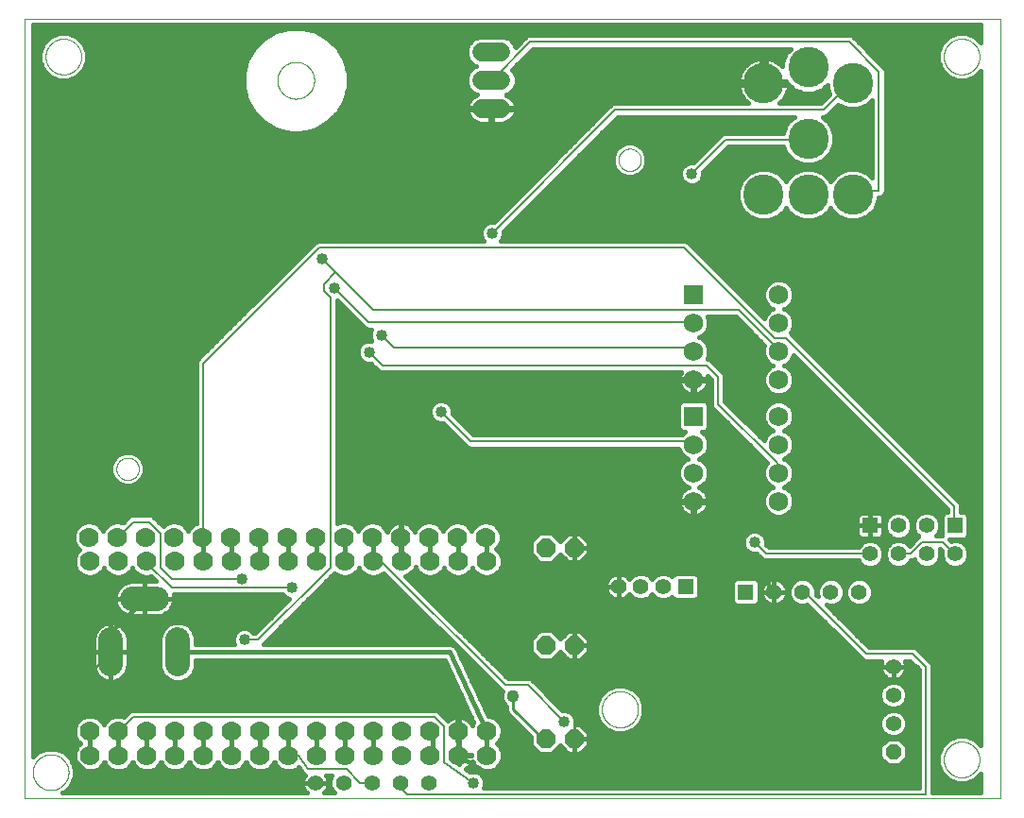
<source format=gtl>
G75*
%MOIN*%
%OFA0B0*%
%FSLAX25Y25*%
%IPPOS*%
%LPD*%
%AMOC8*
5,1,8,0,0,1.08239X$1,22.5*
%
%ADD10C,0.00000*%
%ADD11C,0.14236*%
%ADD12R,0.06800X0.06800*%
%ADD13C,0.06800*%
%ADD14C,0.06800*%
%ADD15C,0.07000*%
%ADD16OC8,0.05550*%
%ADD17C,0.05550*%
%ADD18C,0.08600*%
%ADD19R,0.05550X0.05550*%
%ADD20OC8,0.06600*%
%ADD21C,0.00800*%
%ADD22C,0.04000*%
%ADD23C,0.01600*%
%ADD24C,0.01000*%
%ADD25C,0.04362*%
D10*
X0004378Y0004508D02*
X0004378Y0279469D01*
X0348709Y0279469D01*
X0348709Y0004508D01*
X0004378Y0004508D01*
X0007358Y0013787D02*
X0007360Y0013945D01*
X0007366Y0014103D01*
X0007376Y0014261D01*
X0007390Y0014419D01*
X0007408Y0014576D01*
X0007429Y0014733D01*
X0007455Y0014889D01*
X0007485Y0015045D01*
X0007518Y0015200D01*
X0007556Y0015353D01*
X0007597Y0015506D01*
X0007642Y0015658D01*
X0007691Y0015809D01*
X0007744Y0015958D01*
X0007800Y0016106D01*
X0007860Y0016252D01*
X0007924Y0016397D01*
X0007992Y0016540D01*
X0008063Y0016682D01*
X0008137Y0016822D01*
X0008215Y0016959D01*
X0008297Y0017095D01*
X0008381Y0017229D01*
X0008470Y0017360D01*
X0008561Y0017489D01*
X0008656Y0017616D01*
X0008753Y0017741D01*
X0008854Y0017863D01*
X0008958Y0017982D01*
X0009065Y0018099D01*
X0009175Y0018213D01*
X0009288Y0018324D01*
X0009403Y0018433D01*
X0009521Y0018538D01*
X0009642Y0018640D01*
X0009765Y0018740D01*
X0009891Y0018836D01*
X0010019Y0018929D01*
X0010149Y0019019D01*
X0010282Y0019105D01*
X0010417Y0019189D01*
X0010553Y0019268D01*
X0010692Y0019345D01*
X0010833Y0019417D01*
X0010975Y0019487D01*
X0011119Y0019552D01*
X0011265Y0019614D01*
X0011412Y0019672D01*
X0011561Y0019727D01*
X0011711Y0019778D01*
X0011862Y0019825D01*
X0012014Y0019868D01*
X0012167Y0019907D01*
X0012322Y0019943D01*
X0012477Y0019974D01*
X0012633Y0020002D01*
X0012789Y0020026D01*
X0012946Y0020046D01*
X0013104Y0020062D01*
X0013261Y0020074D01*
X0013420Y0020082D01*
X0013578Y0020086D01*
X0013736Y0020086D01*
X0013894Y0020082D01*
X0014053Y0020074D01*
X0014210Y0020062D01*
X0014368Y0020046D01*
X0014525Y0020026D01*
X0014681Y0020002D01*
X0014837Y0019974D01*
X0014992Y0019943D01*
X0015147Y0019907D01*
X0015300Y0019868D01*
X0015452Y0019825D01*
X0015603Y0019778D01*
X0015753Y0019727D01*
X0015902Y0019672D01*
X0016049Y0019614D01*
X0016195Y0019552D01*
X0016339Y0019487D01*
X0016481Y0019417D01*
X0016622Y0019345D01*
X0016761Y0019268D01*
X0016897Y0019189D01*
X0017032Y0019105D01*
X0017165Y0019019D01*
X0017295Y0018929D01*
X0017423Y0018836D01*
X0017549Y0018740D01*
X0017672Y0018640D01*
X0017793Y0018538D01*
X0017911Y0018433D01*
X0018026Y0018324D01*
X0018139Y0018213D01*
X0018249Y0018099D01*
X0018356Y0017982D01*
X0018460Y0017863D01*
X0018561Y0017741D01*
X0018658Y0017616D01*
X0018753Y0017489D01*
X0018844Y0017360D01*
X0018933Y0017229D01*
X0019017Y0017095D01*
X0019099Y0016959D01*
X0019177Y0016822D01*
X0019251Y0016682D01*
X0019322Y0016540D01*
X0019390Y0016397D01*
X0019454Y0016252D01*
X0019514Y0016106D01*
X0019570Y0015958D01*
X0019623Y0015809D01*
X0019672Y0015658D01*
X0019717Y0015506D01*
X0019758Y0015353D01*
X0019796Y0015200D01*
X0019829Y0015045D01*
X0019859Y0014889D01*
X0019885Y0014733D01*
X0019906Y0014576D01*
X0019924Y0014419D01*
X0019938Y0014261D01*
X0019948Y0014103D01*
X0019954Y0013945D01*
X0019956Y0013787D01*
X0019954Y0013629D01*
X0019948Y0013471D01*
X0019938Y0013313D01*
X0019924Y0013155D01*
X0019906Y0012998D01*
X0019885Y0012841D01*
X0019859Y0012685D01*
X0019829Y0012529D01*
X0019796Y0012374D01*
X0019758Y0012221D01*
X0019717Y0012068D01*
X0019672Y0011916D01*
X0019623Y0011765D01*
X0019570Y0011616D01*
X0019514Y0011468D01*
X0019454Y0011322D01*
X0019390Y0011177D01*
X0019322Y0011034D01*
X0019251Y0010892D01*
X0019177Y0010752D01*
X0019099Y0010615D01*
X0019017Y0010479D01*
X0018933Y0010345D01*
X0018844Y0010214D01*
X0018753Y0010085D01*
X0018658Y0009958D01*
X0018561Y0009833D01*
X0018460Y0009711D01*
X0018356Y0009592D01*
X0018249Y0009475D01*
X0018139Y0009361D01*
X0018026Y0009250D01*
X0017911Y0009141D01*
X0017793Y0009036D01*
X0017672Y0008934D01*
X0017549Y0008834D01*
X0017423Y0008738D01*
X0017295Y0008645D01*
X0017165Y0008555D01*
X0017032Y0008469D01*
X0016897Y0008385D01*
X0016761Y0008306D01*
X0016622Y0008229D01*
X0016481Y0008157D01*
X0016339Y0008087D01*
X0016195Y0008022D01*
X0016049Y0007960D01*
X0015902Y0007902D01*
X0015753Y0007847D01*
X0015603Y0007796D01*
X0015452Y0007749D01*
X0015300Y0007706D01*
X0015147Y0007667D01*
X0014992Y0007631D01*
X0014837Y0007600D01*
X0014681Y0007572D01*
X0014525Y0007548D01*
X0014368Y0007528D01*
X0014210Y0007512D01*
X0014053Y0007500D01*
X0013894Y0007492D01*
X0013736Y0007488D01*
X0013578Y0007488D01*
X0013420Y0007492D01*
X0013261Y0007500D01*
X0013104Y0007512D01*
X0012946Y0007528D01*
X0012789Y0007548D01*
X0012633Y0007572D01*
X0012477Y0007600D01*
X0012322Y0007631D01*
X0012167Y0007667D01*
X0012014Y0007706D01*
X0011862Y0007749D01*
X0011711Y0007796D01*
X0011561Y0007847D01*
X0011412Y0007902D01*
X0011265Y0007960D01*
X0011119Y0008022D01*
X0010975Y0008087D01*
X0010833Y0008157D01*
X0010692Y0008229D01*
X0010553Y0008306D01*
X0010417Y0008385D01*
X0010282Y0008469D01*
X0010149Y0008555D01*
X0010019Y0008645D01*
X0009891Y0008738D01*
X0009765Y0008834D01*
X0009642Y0008934D01*
X0009521Y0009036D01*
X0009403Y0009141D01*
X0009288Y0009250D01*
X0009175Y0009361D01*
X0009065Y0009475D01*
X0008958Y0009592D01*
X0008854Y0009711D01*
X0008753Y0009833D01*
X0008656Y0009958D01*
X0008561Y0010085D01*
X0008470Y0010214D01*
X0008381Y0010345D01*
X0008297Y0010479D01*
X0008215Y0010615D01*
X0008137Y0010752D01*
X0008063Y0010892D01*
X0007992Y0011034D01*
X0007924Y0011177D01*
X0007860Y0011322D01*
X0007800Y0011468D01*
X0007744Y0011616D01*
X0007691Y0011765D01*
X0007642Y0011916D01*
X0007597Y0012068D01*
X0007556Y0012221D01*
X0007518Y0012374D01*
X0007485Y0012529D01*
X0007455Y0012685D01*
X0007429Y0012841D01*
X0007408Y0012998D01*
X0007390Y0013155D01*
X0007376Y0013313D01*
X0007366Y0013471D01*
X0007360Y0013629D01*
X0007358Y0013787D01*
X0036858Y0120846D02*
X0036860Y0120971D01*
X0036866Y0121096D01*
X0036876Y0121220D01*
X0036890Y0121344D01*
X0036907Y0121468D01*
X0036929Y0121591D01*
X0036955Y0121713D01*
X0036984Y0121835D01*
X0037017Y0121955D01*
X0037055Y0122074D01*
X0037095Y0122193D01*
X0037140Y0122309D01*
X0037188Y0122424D01*
X0037240Y0122538D01*
X0037296Y0122650D01*
X0037355Y0122760D01*
X0037417Y0122868D01*
X0037483Y0122975D01*
X0037552Y0123079D01*
X0037625Y0123180D01*
X0037700Y0123280D01*
X0037779Y0123377D01*
X0037861Y0123471D01*
X0037946Y0123563D01*
X0038033Y0123652D01*
X0038124Y0123738D01*
X0038217Y0123821D01*
X0038313Y0123902D01*
X0038411Y0123979D01*
X0038511Y0124053D01*
X0038614Y0124124D01*
X0038719Y0124191D01*
X0038827Y0124256D01*
X0038936Y0124316D01*
X0039047Y0124374D01*
X0039160Y0124427D01*
X0039274Y0124477D01*
X0039390Y0124524D01*
X0039507Y0124566D01*
X0039626Y0124605D01*
X0039746Y0124641D01*
X0039867Y0124672D01*
X0039989Y0124700D01*
X0040111Y0124723D01*
X0040235Y0124743D01*
X0040359Y0124759D01*
X0040483Y0124771D01*
X0040608Y0124779D01*
X0040733Y0124783D01*
X0040857Y0124783D01*
X0040982Y0124779D01*
X0041107Y0124771D01*
X0041231Y0124759D01*
X0041355Y0124743D01*
X0041479Y0124723D01*
X0041601Y0124700D01*
X0041723Y0124672D01*
X0041844Y0124641D01*
X0041964Y0124605D01*
X0042083Y0124566D01*
X0042200Y0124524D01*
X0042316Y0124477D01*
X0042430Y0124427D01*
X0042543Y0124374D01*
X0042654Y0124316D01*
X0042764Y0124256D01*
X0042871Y0124191D01*
X0042976Y0124124D01*
X0043079Y0124053D01*
X0043179Y0123979D01*
X0043277Y0123902D01*
X0043373Y0123821D01*
X0043466Y0123738D01*
X0043557Y0123652D01*
X0043644Y0123563D01*
X0043729Y0123471D01*
X0043811Y0123377D01*
X0043890Y0123280D01*
X0043965Y0123180D01*
X0044038Y0123079D01*
X0044107Y0122975D01*
X0044173Y0122868D01*
X0044235Y0122760D01*
X0044294Y0122650D01*
X0044350Y0122538D01*
X0044402Y0122424D01*
X0044450Y0122309D01*
X0044495Y0122193D01*
X0044535Y0122074D01*
X0044573Y0121955D01*
X0044606Y0121835D01*
X0044635Y0121713D01*
X0044661Y0121591D01*
X0044683Y0121468D01*
X0044700Y0121344D01*
X0044714Y0121220D01*
X0044724Y0121096D01*
X0044730Y0120971D01*
X0044732Y0120846D01*
X0044730Y0120721D01*
X0044724Y0120596D01*
X0044714Y0120472D01*
X0044700Y0120348D01*
X0044683Y0120224D01*
X0044661Y0120101D01*
X0044635Y0119979D01*
X0044606Y0119857D01*
X0044573Y0119737D01*
X0044535Y0119618D01*
X0044495Y0119499D01*
X0044450Y0119383D01*
X0044402Y0119268D01*
X0044350Y0119154D01*
X0044294Y0119042D01*
X0044235Y0118932D01*
X0044173Y0118824D01*
X0044107Y0118717D01*
X0044038Y0118613D01*
X0043965Y0118512D01*
X0043890Y0118412D01*
X0043811Y0118315D01*
X0043729Y0118221D01*
X0043644Y0118129D01*
X0043557Y0118040D01*
X0043466Y0117954D01*
X0043373Y0117871D01*
X0043277Y0117790D01*
X0043179Y0117713D01*
X0043079Y0117639D01*
X0042976Y0117568D01*
X0042871Y0117501D01*
X0042763Y0117436D01*
X0042654Y0117376D01*
X0042543Y0117318D01*
X0042430Y0117265D01*
X0042316Y0117215D01*
X0042200Y0117168D01*
X0042083Y0117126D01*
X0041964Y0117087D01*
X0041844Y0117051D01*
X0041723Y0117020D01*
X0041601Y0116992D01*
X0041479Y0116969D01*
X0041355Y0116949D01*
X0041231Y0116933D01*
X0041107Y0116921D01*
X0040982Y0116913D01*
X0040857Y0116909D01*
X0040733Y0116909D01*
X0040608Y0116913D01*
X0040483Y0116921D01*
X0040359Y0116933D01*
X0040235Y0116949D01*
X0040111Y0116969D01*
X0039989Y0116992D01*
X0039867Y0117020D01*
X0039746Y0117051D01*
X0039626Y0117087D01*
X0039507Y0117126D01*
X0039390Y0117168D01*
X0039274Y0117215D01*
X0039160Y0117265D01*
X0039047Y0117318D01*
X0038936Y0117376D01*
X0038826Y0117436D01*
X0038719Y0117501D01*
X0038614Y0117568D01*
X0038511Y0117639D01*
X0038411Y0117713D01*
X0038313Y0117790D01*
X0038217Y0117871D01*
X0038124Y0117954D01*
X0038033Y0118040D01*
X0037946Y0118129D01*
X0037861Y0118221D01*
X0037779Y0118315D01*
X0037700Y0118412D01*
X0037625Y0118512D01*
X0037552Y0118613D01*
X0037483Y0118717D01*
X0037417Y0118824D01*
X0037355Y0118932D01*
X0037296Y0119042D01*
X0037240Y0119154D01*
X0037188Y0119268D01*
X0037140Y0119383D01*
X0037095Y0119499D01*
X0037055Y0119618D01*
X0037017Y0119737D01*
X0036984Y0119857D01*
X0036955Y0119979D01*
X0036929Y0120101D01*
X0036907Y0120224D01*
X0036890Y0120348D01*
X0036876Y0120472D01*
X0036866Y0120596D01*
X0036860Y0120721D01*
X0036858Y0120846D01*
X0093642Y0257953D02*
X0093644Y0258114D01*
X0093650Y0258274D01*
X0093660Y0258435D01*
X0093674Y0258595D01*
X0093692Y0258755D01*
X0093713Y0258914D01*
X0093739Y0259073D01*
X0093769Y0259231D01*
X0093802Y0259388D01*
X0093840Y0259545D01*
X0093881Y0259700D01*
X0093926Y0259854D01*
X0093975Y0260007D01*
X0094028Y0260159D01*
X0094084Y0260310D01*
X0094145Y0260459D01*
X0094208Y0260607D01*
X0094276Y0260753D01*
X0094347Y0260897D01*
X0094421Y0261039D01*
X0094499Y0261180D01*
X0094581Y0261318D01*
X0094666Y0261455D01*
X0094754Y0261589D01*
X0094846Y0261721D01*
X0094941Y0261851D01*
X0095039Y0261979D01*
X0095140Y0262104D01*
X0095244Y0262226D01*
X0095351Y0262346D01*
X0095461Y0262463D01*
X0095574Y0262578D01*
X0095690Y0262689D01*
X0095809Y0262798D01*
X0095930Y0262903D01*
X0096054Y0263006D01*
X0096180Y0263106D01*
X0096308Y0263202D01*
X0096439Y0263295D01*
X0096573Y0263385D01*
X0096708Y0263472D01*
X0096846Y0263555D01*
X0096985Y0263635D01*
X0097127Y0263711D01*
X0097270Y0263784D01*
X0097415Y0263853D01*
X0097562Y0263919D01*
X0097710Y0263981D01*
X0097860Y0264039D01*
X0098011Y0264094D01*
X0098164Y0264145D01*
X0098318Y0264192D01*
X0098473Y0264235D01*
X0098629Y0264274D01*
X0098785Y0264310D01*
X0098943Y0264341D01*
X0099101Y0264369D01*
X0099260Y0264393D01*
X0099420Y0264413D01*
X0099580Y0264429D01*
X0099740Y0264441D01*
X0099901Y0264449D01*
X0100062Y0264453D01*
X0100222Y0264453D01*
X0100383Y0264449D01*
X0100544Y0264441D01*
X0100704Y0264429D01*
X0100864Y0264413D01*
X0101024Y0264393D01*
X0101183Y0264369D01*
X0101341Y0264341D01*
X0101499Y0264310D01*
X0101655Y0264274D01*
X0101811Y0264235D01*
X0101966Y0264192D01*
X0102120Y0264145D01*
X0102273Y0264094D01*
X0102424Y0264039D01*
X0102574Y0263981D01*
X0102722Y0263919D01*
X0102869Y0263853D01*
X0103014Y0263784D01*
X0103157Y0263711D01*
X0103299Y0263635D01*
X0103438Y0263555D01*
X0103576Y0263472D01*
X0103711Y0263385D01*
X0103845Y0263295D01*
X0103976Y0263202D01*
X0104104Y0263106D01*
X0104230Y0263006D01*
X0104354Y0262903D01*
X0104475Y0262798D01*
X0104594Y0262689D01*
X0104710Y0262578D01*
X0104823Y0262463D01*
X0104933Y0262346D01*
X0105040Y0262226D01*
X0105144Y0262104D01*
X0105245Y0261979D01*
X0105343Y0261851D01*
X0105438Y0261721D01*
X0105530Y0261589D01*
X0105618Y0261455D01*
X0105703Y0261318D01*
X0105785Y0261180D01*
X0105863Y0261039D01*
X0105937Y0260897D01*
X0106008Y0260753D01*
X0106076Y0260607D01*
X0106139Y0260459D01*
X0106200Y0260310D01*
X0106256Y0260159D01*
X0106309Y0260007D01*
X0106358Y0259854D01*
X0106403Y0259700D01*
X0106444Y0259545D01*
X0106482Y0259388D01*
X0106515Y0259231D01*
X0106545Y0259073D01*
X0106571Y0258914D01*
X0106592Y0258755D01*
X0106610Y0258595D01*
X0106624Y0258435D01*
X0106634Y0258274D01*
X0106640Y0258114D01*
X0106642Y0257953D01*
X0106640Y0257792D01*
X0106634Y0257632D01*
X0106624Y0257471D01*
X0106610Y0257311D01*
X0106592Y0257151D01*
X0106571Y0256992D01*
X0106545Y0256833D01*
X0106515Y0256675D01*
X0106482Y0256518D01*
X0106444Y0256361D01*
X0106403Y0256206D01*
X0106358Y0256052D01*
X0106309Y0255899D01*
X0106256Y0255747D01*
X0106200Y0255596D01*
X0106139Y0255447D01*
X0106076Y0255299D01*
X0106008Y0255153D01*
X0105937Y0255009D01*
X0105863Y0254867D01*
X0105785Y0254726D01*
X0105703Y0254588D01*
X0105618Y0254451D01*
X0105530Y0254317D01*
X0105438Y0254185D01*
X0105343Y0254055D01*
X0105245Y0253927D01*
X0105144Y0253802D01*
X0105040Y0253680D01*
X0104933Y0253560D01*
X0104823Y0253443D01*
X0104710Y0253328D01*
X0104594Y0253217D01*
X0104475Y0253108D01*
X0104354Y0253003D01*
X0104230Y0252900D01*
X0104104Y0252800D01*
X0103976Y0252704D01*
X0103845Y0252611D01*
X0103711Y0252521D01*
X0103576Y0252434D01*
X0103438Y0252351D01*
X0103299Y0252271D01*
X0103157Y0252195D01*
X0103014Y0252122D01*
X0102869Y0252053D01*
X0102722Y0251987D01*
X0102574Y0251925D01*
X0102424Y0251867D01*
X0102273Y0251812D01*
X0102120Y0251761D01*
X0101966Y0251714D01*
X0101811Y0251671D01*
X0101655Y0251632D01*
X0101499Y0251596D01*
X0101341Y0251565D01*
X0101183Y0251537D01*
X0101024Y0251513D01*
X0100864Y0251493D01*
X0100704Y0251477D01*
X0100544Y0251465D01*
X0100383Y0251457D01*
X0100222Y0251453D01*
X0100062Y0251453D01*
X0099901Y0251457D01*
X0099740Y0251465D01*
X0099580Y0251477D01*
X0099420Y0251493D01*
X0099260Y0251513D01*
X0099101Y0251537D01*
X0098943Y0251565D01*
X0098785Y0251596D01*
X0098629Y0251632D01*
X0098473Y0251671D01*
X0098318Y0251714D01*
X0098164Y0251761D01*
X0098011Y0251812D01*
X0097860Y0251867D01*
X0097710Y0251925D01*
X0097562Y0251987D01*
X0097415Y0252053D01*
X0097270Y0252122D01*
X0097127Y0252195D01*
X0096985Y0252271D01*
X0096846Y0252351D01*
X0096708Y0252434D01*
X0096573Y0252521D01*
X0096439Y0252611D01*
X0096308Y0252704D01*
X0096180Y0252800D01*
X0096054Y0252900D01*
X0095930Y0253003D01*
X0095809Y0253108D01*
X0095690Y0253217D01*
X0095574Y0253328D01*
X0095461Y0253443D01*
X0095351Y0253560D01*
X0095244Y0253680D01*
X0095140Y0253802D01*
X0095039Y0253927D01*
X0094941Y0254055D01*
X0094846Y0254185D01*
X0094754Y0254317D01*
X0094666Y0254451D01*
X0094581Y0254588D01*
X0094499Y0254726D01*
X0094421Y0254867D01*
X0094347Y0255009D01*
X0094276Y0255153D01*
X0094208Y0255299D01*
X0094145Y0255447D01*
X0094084Y0255596D01*
X0094028Y0255747D01*
X0093975Y0255899D01*
X0093926Y0256052D01*
X0093881Y0256206D01*
X0093840Y0256361D01*
X0093802Y0256518D01*
X0093769Y0256675D01*
X0093739Y0256833D01*
X0093713Y0256992D01*
X0093692Y0257151D01*
X0093674Y0257311D01*
X0093660Y0257471D01*
X0093650Y0257632D01*
X0093644Y0257792D01*
X0093642Y0257953D01*
X0011858Y0266319D02*
X0011860Y0266477D01*
X0011866Y0266635D01*
X0011876Y0266793D01*
X0011890Y0266951D01*
X0011908Y0267108D01*
X0011929Y0267265D01*
X0011955Y0267421D01*
X0011985Y0267577D01*
X0012018Y0267732D01*
X0012056Y0267885D01*
X0012097Y0268038D01*
X0012142Y0268190D01*
X0012191Y0268341D01*
X0012244Y0268490D01*
X0012300Y0268638D01*
X0012360Y0268784D01*
X0012424Y0268929D01*
X0012492Y0269072D01*
X0012563Y0269214D01*
X0012637Y0269354D01*
X0012715Y0269491D01*
X0012797Y0269627D01*
X0012881Y0269761D01*
X0012970Y0269892D01*
X0013061Y0270021D01*
X0013156Y0270148D01*
X0013253Y0270273D01*
X0013354Y0270395D01*
X0013458Y0270514D01*
X0013565Y0270631D01*
X0013675Y0270745D01*
X0013788Y0270856D01*
X0013903Y0270965D01*
X0014021Y0271070D01*
X0014142Y0271172D01*
X0014265Y0271272D01*
X0014391Y0271368D01*
X0014519Y0271461D01*
X0014649Y0271551D01*
X0014782Y0271637D01*
X0014917Y0271721D01*
X0015053Y0271800D01*
X0015192Y0271877D01*
X0015333Y0271949D01*
X0015475Y0272019D01*
X0015619Y0272084D01*
X0015765Y0272146D01*
X0015912Y0272204D01*
X0016061Y0272259D01*
X0016211Y0272310D01*
X0016362Y0272357D01*
X0016514Y0272400D01*
X0016667Y0272439D01*
X0016822Y0272475D01*
X0016977Y0272506D01*
X0017133Y0272534D01*
X0017289Y0272558D01*
X0017446Y0272578D01*
X0017604Y0272594D01*
X0017761Y0272606D01*
X0017920Y0272614D01*
X0018078Y0272618D01*
X0018236Y0272618D01*
X0018394Y0272614D01*
X0018553Y0272606D01*
X0018710Y0272594D01*
X0018868Y0272578D01*
X0019025Y0272558D01*
X0019181Y0272534D01*
X0019337Y0272506D01*
X0019492Y0272475D01*
X0019647Y0272439D01*
X0019800Y0272400D01*
X0019952Y0272357D01*
X0020103Y0272310D01*
X0020253Y0272259D01*
X0020402Y0272204D01*
X0020549Y0272146D01*
X0020695Y0272084D01*
X0020839Y0272019D01*
X0020981Y0271949D01*
X0021122Y0271877D01*
X0021261Y0271800D01*
X0021397Y0271721D01*
X0021532Y0271637D01*
X0021665Y0271551D01*
X0021795Y0271461D01*
X0021923Y0271368D01*
X0022049Y0271272D01*
X0022172Y0271172D01*
X0022293Y0271070D01*
X0022411Y0270965D01*
X0022526Y0270856D01*
X0022639Y0270745D01*
X0022749Y0270631D01*
X0022856Y0270514D01*
X0022960Y0270395D01*
X0023061Y0270273D01*
X0023158Y0270148D01*
X0023253Y0270021D01*
X0023344Y0269892D01*
X0023433Y0269761D01*
X0023517Y0269627D01*
X0023599Y0269491D01*
X0023677Y0269354D01*
X0023751Y0269214D01*
X0023822Y0269072D01*
X0023890Y0268929D01*
X0023954Y0268784D01*
X0024014Y0268638D01*
X0024070Y0268490D01*
X0024123Y0268341D01*
X0024172Y0268190D01*
X0024217Y0268038D01*
X0024258Y0267885D01*
X0024296Y0267732D01*
X0024329Y0267577D01*
X0024359Y0267421D01*
X0024385Y0267265D01*
X0024406Y0267108D01*
X0024424Y0266951D01*
X0024438Y0266793D01*
X0024448Y0266635D01*
X0024454Y0266477D01*
X0024456Y0266319D01*
X0024454Y0266161D01*
X0024448Y0266003D01*
X0024438Y0265845D01*
X0024424Y0265687D01*
X0024406Y0265530D01*
X0024385Y0265373D01*
X0024359Y0265217D01*
X0024329Y0265061D01*
X0024296Y0264906D01*
X0024258Y0264753D01*
X0024217Y0264600D01*
X0024172Y0264448D01*
X0024123Y0264297D01*
X0024070Y0264148D01*
X0024014Y0264000D01*
X0023954Y0263854D01*
X0023890Y0263709D01*
X0023822Y0263566D01*
X0023751Y0263424D01*
X0023677Y0263284D01*
X0023599Y0263147D01*
X0023517Y0263011D01*
X0023433Y0262877D01*
X0023344Y0262746D01*
X0023253Y0262617D01*
X0023158Y0262490D01*
X0023061Y0262365D01*
X0022960Y0262243D01*
X0022856Y0262124D01*
X0022749Y0262007D01*
X0022639Y0261893D01*
X0022526Y0261782D01*
X0022411Y0261673D01*
X0022293Y0261568D01*
X0022172Y0261466D01*
X0022049Y0261366D01*
X0021923Y0261270D01*
X0021795Y0261177D01*
X0021665Y0261087D01*
X0021532Y0261001D01*
X0021397Y0260917D01*
X0021261Y0260838D01*
X0021122Y0260761D01*
X0020981Y0260689D01*
X0020839Y0260619D01*
X0020695Y0260554D01*
X0020549Y0260492D01*
X0020402Y0260434D01*
X0020253Y0260379D01*
X0020103Y0260328D01*
X0019952Y0260281D01*
X0019800Y0260238D01*
X0019647Y0260199D01*
X0019492Y0260163D01*
X0019337Y0260132D01*
X0019181Y0260104D01*
X0019025Y0260080D01*
X0018868Y0260060D01*
X0018710Y0260044D01*
X0018553Y0260032D01*
X0018394Y0260024D01*
X0018236Y0260020D01*
X0018078Y0260020D01*
X0017920Y0260024D01*
X0017761Y0260032D01*
X0017604Y0260044D01*
X0017446Y0260060D01*
X0017289Y0260080D01*
X0017133Y0260104D01*
X0016977Y0260132D01*
X0016822Y0260163D01*
X0016667Y0260199D01*
X0016514Y0260238D01*
X0016362Y0260281D01*
X0016211Y0260328D01*
X0016061Y0260379D01*
X0015912Y0260434D01*
X0015765Y0260492D01*
X0015619Y0260554D01*
X0015475Y0260619D01*
X0015333Y0260689D01*
X0015192Y0260761D01*
X0015053Y0260838D01*
X0014917Y0260917D01*
X0014782Y0261001D01*
X0014649Y0261087D01*
X0014519Y0261177D01*
X0014391Y0261270D01*
X0014265Y0261366D01*
X0014142Y0261466D01*
X0014021Y0261568D01*
X0013903Y0261673D01*
X0013788Y0261782D01*
X0013675Y0261893D01*
X0013565Y0262007D01*
X0013458Y0262124D01*
X0013354Y0262243D01*
X0013253Y0262365D01*
X0013156Y0262490D01*
X0013061Y0262617D01*
X0012970Y0262746D01*
X0012881Y0262877D01*
X0012797Y0263011D01*
X0012715Y0263147D01*
X0012637Y0263284D01*
X0012563Y0263424D01*
X0012492Y0263566D01*
X0012424Y0263709D01*
X0012360Y0263854D01*
X0012300Y0264000D01*
X0012244Y0264148D01*
X0012191Y0264297D01*
X0012142Y0264448D01*
X0012097Y0264600D01*
X0012056Y0264753D01*
X0012018Y0264906D01*
X0011985Y0265061D01*
X0011955Y0265217D01*
X0011929Y0265373D01*
X0011908Y0265530D01*
X0011890Y0265687D01*
X0011876Y0265845D01*
X0011866Y0266003D01*
X0011860Y0266161D01*
X0011858Y0266319D01*
X0214024Y0229902D02*
X0214026Y0230027D01*
X0214032Y0230152D01*
X0214042Y0230276D01*
X0214056Y0230400D01*
X0214073Y0230524D01*
X0214095Y0230647D01*
X0214121Y0230769D01*
X0214150Y0230891D01*
X0214183Y0231011D01*
X0214221Y0231130D01*
X0214261Y0231249D01*
X0214306Y0231365D01*
X0214354Y0231480D01*
X0214406Y0231594D01*
X0214462Y0231706D01*
X0214521Y0231816D01*
X0214583Y0231924D01*
X0214649Y0232031D01*
X0214718Y0232135D01*
X0214791Y0232236D01*
X0214866Y0232336D01*
X0214945Y0232433D01*
X0215027Y0232527D01*
X0215112Y0232619D01*
X0215199Y0232708D01*
X0215290Y0232794D01*
X0215383Y0232877D01*
X0215479Y0232958D01*
X0215577Y0233035D01*
X0215677Y0233109D01*
X0215780Y0233180D01*
X0215885Y0233247D01*
X0215993Y0233312D01*
X0216102Y0233372D01*
X0216213Y0233430D01*
X0216326Y0233483D01*
X0216440Y0233533D01*
X0216556Y0233580D01*
X0216673Y0233622D01*
X0216792Y0233661D01*
X0216912Y0233697D01*
X0217033Y0233728D01*
X0217155Y0233756D01*
X0217277Y0233779D01*
X0217401Y0233799D01*
X0217525Y0233815D01*
X0217649Y0233827D01*
X0217774Y0233835D01*
X0217899Y0233839D01*
X0218023Y0233839D01*
X0218148Y0233835D01*
X0218273Y0233827D01*
X0218397Y0233815D01*
X0218521Y0233799D01*
X0218645Y0233779D01*
X0218767Y0233756D01*
X0218889Y0233728D01*
X0219010Y0233697D01*
X0219130Y0233661D01*
X0219249Y0233622D01*
X0219366Y0233580D01*
X0219482Y0233533D01*
X0219596Y0233483D01*
X0219709Y0233430D01*
X0219820Y0233372D01*
X0219930Y0233312D01*
X0220037Y0233247D01*
X0220142Y0233180D01*
X0220245Y0233109D01*
X0220345Y0233035D01*
X0220443Y0232958D01*
X0220539Y0232877D01*
X0220632Y0232794D01*
X0220723Y0232708D01*
X0220810Y0232619D01*
X0220895Y0232527D01*
X0220977Y0232433D01*
X0221056Y0232336D01*
X0221131Y0232236D01*
X0221204Y0232135D01*
X0221273Y0232031D01*
X0221339Y0231924D01*
X0221401Y0231816D01*
X0221460Y0231706D01*
X0221516Y0231594D01*
X0221568Y0231480D01*
X0221616Y0231365D01*
X0221661Y0231249D01*
X0221701Y0231130D01*
X0221739Y0231011D01*
X0221772Y0230891D01*
X0221801Y0230769D01*
X0221827Y0230647D01*
X0221849Y0230524D01*
X0221866Y0230400D01*
X0221880Y0230276D01*
X0221890Y0230152D01*
X0221896Y0230027D01*
X0221898Y0229902D01*
X0221896Y0229777D01*
X0221890Y0229652D01*
X0221880Y0229528D01*
X0221866Y0229404D01*
X0221849Y0229280D01*
X0221827Y0229157D01*
X0221801Y0229035D01*
X0221772Y0228913D01*
X0221739Y0228793D01*
X0221701Y0228674D01*
X0221661Y0228555D01*
X0221616Y0228439D01*
X0221568Y0228324D01*
X0221516Y0228210D01*
X0221460Y0228098D01*
X0221401Y0227988D01*
X0221339Y0227880D01*
X0221273Y0227773D01*
X0221204Y0227669D01*
X0221131Y0227568D01*
X0221056Y0227468D01*
X0220977Y0227371D01*
X0220895Y0227277D01*
X0220810Y0227185D01*
X0220723Y0227096D01*
X0220632Y0227010D01*
X0220539Y0226927D01*
X0220443Y0226846D01*
X0220345Y0226769D01*
X0220245Y0226695D01*
X0220142Y0226624D01*
X0220037Y0226557D01*
X0219929Y0226492D01*
X0219820Y0226432D01*
X0219709Y0226374D01*
X0219596Y0226321D01*
X0219482Y0226271D01*
X0219366Y0226224D01*
X0219249Y0226182D01*
X0219130Y0226143D01*
X0219010Y0226107D01*
X0218889Y0226076D01*
X0218767Y0226048D01*
X0218645Y0226025D01*
X0218521Y0226005D01*
X0218397Y0225989D01*
X0218273Y0225977D01*
X0218148Y0225969D01*
X0218023Y0225965D01*
X0217899Y0225965D01*
X0217774Y0225969D01*
X0217649Y0225977D01*
X0217525Y0225989D01*
X0217401Y0226005D01*
X0217277Y0226025D01*
X0217155Y0226048D01*
X0217033Y0226076D01*
X0216912Y0226107D01*
X0216792Y0226143D01*
X0216673Y0226182D01*
X0216556Y0226224D01*
X0216440Y0226271D01*
X0216326Y0226321D01*
X0216213Y0226374D01*
X0216102Y0226432D01*
X0215992Y0226492D01*
X0215885Y0226557D01*
X0215780Y0226624D01*
X0215677Y0226695D01*
X0215577Y0226769D01*
X0215479Y0226846D01*
X0215383Y0226927D01*
X0215290Y0227010D01*
X0215199Y0227096D01*
X0215112Y0227185D01*
X0215027Y0227277D01*
X0214945Y0227371D01*
X0214866Y0227468D01*
X0214791Y0227568D01*
X0214718Y0227669D01*
X0214649Y0227773D01*
X0214583Y0227880D01*
X0214521Y0227988D01*
X0214462Y0228098D01*
X0214406Y0228210D01*
X0214354Y0228324D01*
X0214306Y0228439D01*
X0214261Y0228555D01*
X0214221Y0228674D01*
X0214183Y0228793D01*
X0214150Y0228913D01*
X0214121Y0229035D01*
X0214095Y0229157D01*
X0214073Y0229280D01*
X0214056Y0229404D01*
X0214042Y0229528D01*
X0214032Y0229652D01*
X0214026Y0229777D01*
X0214024Y0229902D01*
X0328788Y0266319D02*
X0328790Y0266477D01*
X0328796Y0266635D01*
X0328806Y0266793D01*
X0328820Y0266951D01*
X0328838Y0267108D01*
X0328859Y0267265D01*
X0328885Y0267421D01*
X0328915Y0267577D01*
X0328948Y0267732D01*
X0328986Y0267885D01*
X0329027Y0268038D01*
X0329072Y0268190D01*
X0329121Y0268341D01*
X0329174Y0268490D01*
X0329230Y0268638D01*
X0329290Y0268784D01*
X0329354Y0268929D01*
X0329422Y0269072D01*
X0329493Y0269214D01*
X0329567Y0269354D01*
X0329645Y0269491D01*
X0329727Y0269627D01*
X0329811Y0269761D01*
X0329900Y0269892D01*
X0329991Y0270021D01*
X0330086Y0270148D01*
X0330183Y0270273D01*
X0330284Y0270395D01*
X0330388Y0270514D01*
X0330495Y0270631D01*
X0330605Y0270745D01*
X0330718Y0270856D01*
X0330833Y0270965D01*
X0330951Y0271070D01*
X0331072Y0271172D01*
X0331195Y0271272D01*
X0331321Y0271368D01*
X0331449Y0271461D01*
X0331579Y0271551D01*
X0331712Y0271637D01*
X0331847Y0271721D01*
X0331983Y0271800D01*
X0332122Y0271877D01*
X0332263Y0271949D01*
X0332405Y0272019D01*
X0332549Y0272084D01*
X0332695Y0272146D01*
X0332842Y0272204D01*
X0332991Y0272259D01*
X0333141Y0272310D01*
X0333292Y0272357D01*
X0333444Y0272400D01*
X0333597Y0272439D01*
X0333752Y0272475D01*
X0333907Y0272506D01*
X0334063Y0272534D01*
X0334219Y0272558D01*
X0334376Y0272578D01*
X0334534Y0272594D01*
X0334691Y0272606D01*
X0334850Y0272614D01*
X0335008Y0272618D01*
X0335166Y0272618D01*
X0335324Y0272614D01*
X0335483Y0272606D01*
X0335640Y0272594D01*
X0335798Y0272578D01*
X0335955Y0272558D01*
X0336111Y0272534D01*
X0336267Y0272506D01*
X0336422Y0272475D01*
X0336577Y0272439D01*
X0336730Y0272400D01*
X0336882Y0272357D01*
X0337033Y0272310D01*
X0337183Y0272259D01*
X0337332Y0272204D01*
X0337479Y0272146D01*
X0337625Y0272084D01*
X0337769Y0272019D01*
X0337911Y0271949D01*
X0338052Y0271877D01*
X0338191Y0271800D01*
X0338327Y0271721D01*
X0338462Y0271637D01*
X0338595Y0271551D01*
X0338725Y0271461D01*
X0338853Y0271368D01*
X0338979Y0271272D01*
X0339102Y0271172D01*
X0339223Y0271070D01*
X0339341Y0270965D01*
X0339456Y0270856D01*
X0339569Y0270745D01*
X0339679Y0270631D01*
X0339786Y0270514D01*
X0339890Y0270395D01*
X0339991Y0270273D01*
X0340088Y0270148D01*
X0340183Y0270021D01*
X0340274Y0269892D01*
X0340363Y0269761D01*
X0340447Y0269627D01*
X0340529Y0269491D01*
X0340607Y0269354D01*
X0340681Y0269214D01*
X0340752Y0269072D01*
X0340820Y0268929D01*
X0340884Y0268784D01*
X0340944Y0268638D01*
X0341000Y0268490D01*
X0341053Y0268341D01*
X0341102Y0268190D01*
X0341147Y0268038D01*
X0341188Y0267885D01*
X0341226Y0267732D01*
X0341259Y0267577D01*
X0341289Y0267421D01*
X0341315Y0267265D01*
X0341336Y0267108D01*
X0341354Y0266951D01*
X0341368Y0266793D01*
X0341378Y0266635D01*
X0341384Y0266477D01*
X0341386Y0266319D01*
X0341384Y0266161D01*
X0341378Y0266003D01*
X0341368Y0265845D01*
X0341354Y0265687D01*
X0341336Y0265530D01*
X0341315Y0265373D01*
X0341289Y0265217D01*
X0341259Y0265061D01*
X0341226Y0264906D01*
X0341188Y0264753D01*
X0341147Y0264600D01*
X0341102Y0264448D01*
X0341053Y0264297D01*
X0341000Y0264148D01*
X0340944Y0264000D01*
X0340884Y0263854D01*
X0340820Y0263709D01*
X0340752Y0263566D01*
X0340681Y0263424D01*
X0340607Y0263284D01*
X0340529Y0263147D01*
X0340447Y0263011D01*
X0340363Y0262877D01*
X0340274Y0262746D01*
X0340183Y0262617D01*
X0340088Y0262490D01*
X0339991Y0262365D01*
X0339890Y0262243D01*
X0339786Y0262124D01*
X0339679Y0262007D01*
X0339569Y0261893D01*
X0339456Y0261782D01*
X0339341Y0261673D01*
X0339223Y0261568D01*
X0339102Y0261466D01*
X0338979Y0261366D01*
X0338853Y0261270D01*
X0338725Y0261177D01*
X0338595Y0261087D01*
X0338462Y0261001D01*
X0338327Y0260917D01*
X0338191Y0260838D01*
X0338052Y0260761D01*
X0337911Y0260689D01*
X0337769Y0260619D01*
X0337625Y0260554D01*
X0337479Y0260492D01*
X0337332Y0260434D01*
X0337183Y0260379D01*
X0337033Y0260328D01*
X0336882Y0260281D01*
X0336730Y0260238D01*
X0336577Y0260199D01*
X0336422Y0260163D01*
X0336267Y0260132D01*
X0336111Y0260104D01*
X0335955Y0260080D01*
X0335798Y0260060D01*
X0335640Y0260044D01*
X0335483Y0260032D01*
X0335324Y0260024D01*
X0335166Y0260020D01*
X0335008Y0260020D01*
X0334850Y0260024D01*
X0334691Y0260032D01*
X0334534Y0260044D01*
X0334376Y0260060D01*
X0334219Y0260080D01*
X0334063Y0260104D01*
X0333907Y0260132D01*
X0333752Y0260163D01*
X0333597Y0260199D01*
X0333444Y0260238D01*
X0333292Y0260281D01*
X0333141Y0260328D01*
X0332991Y0260379D01*
X0332842Y0260434D01*
X0332695Y0260492D01*
X0332549Y0260554D01*
X0332405Y0260619D01*
X0332263Y0260689D01*
X0332122Y0260761D01*
X0331983Y0260838D01*
X0331847Y0260917D01*
X0331712Y0261001D01*
X0331579Y0261087D01*
X0331449Y0261177D01*
X0331321Y0261270D01*
X0331195Y0261366D01*
X0331072Y0261466D01*
X0330951Y0261568D01*
X0330833Y0261673D01*
X0330718Y0261782D01*
X0330605Y0261893D01*
X0330495Y0262007D01*
X0330388Y0262124D01*
X0330284Y0262243D01*
X0330183Y0262365D01*
X0330086Y0262490D01*
X0329991Y0262617D01*
X0329900Y0262746D01*
X0329811Y0262877D01*
X0329727Y0263011D01*
X0329645Y0263147D01*
X0329567Y0263284D01*
X0329493Y0263424D01*
X0329422Y0263566D01*
X0329354Y0263709D01*
X0329290Y0263854D01*
X0329230Y0264000D01*
X0329174Y0264148D01*
X0329121Y0264297D01*
X0329072Y0264448D01*
X0329027Y0264600D01*
X0328986Y0264753D01*
X0328948Y0264906D01*
X0328915Y0265061D01*
X0328885Y0265217D01*
X0328859Y0265373D01*
X0328838Y0265530D01*
X0328820Y0265687D01*
X0328806Y0265845D01*
X0328796Y0266003D01*
X0328790Y0266161D01*
X0328788Y0266319D01*
X0208118Y0036004D02*
X0208120Y0036164D01*
X0208126Y0036323D01*
X0208136Y0036482D01*
X0208150Y0036641D01*
X0208168Y0036800D01*
X0208189Y0036958D01*
X0208215Y0037115D01*
X0208245Y0037272D01*
X0208278Y0037428D01*
X0208316Y0037583D01*
X0208357Y0037737D01*
X0208402Y0037890D01*
X0208451Y0038042D01*
X0208504Y0038192D01*
X0208560Y0038341D01*
X0208620Y0038489D01*
X0208684Y0038635D01*
X0208752Y0038780D01*
X0208823Y0038923D01*
X0208897Y0039064D01*
X0208975Y0039203D01*
X0209057Y0039340D01*
X0209142Y0039475D01*
X0209230Y0039608D01*
X0209321Y0039739D01*
X0209416Y0039867D01*
X0209514Y0039993D01*
X0209615Y0040117D01*
X0209719Y0040237D01*
X0209826Y0040356D01*
X0209936Y0040471D01*
X0210049Y0040584D01*
X0210164Y0040694D01*
X0210283Y0040801D01*
X0210403Y0040905D01*
X0210527Y0041006D01*
X0210653Y0041104D01*
X0210781Y0041199D01*
X0210912Y0041290D01*
X0211045Y0041378D01*
X0211180Y0041463D01*
X0211317Y0041545D01*
X0211456Y0041623D01*
X0211597Y0041697D01*
X0211740Y0041768D01*
X0211885Y0041836D01*
X0212031Y0041900D01*
X0212179Y0041960D01*
X0212328Y0042016D01*
X0212478Y0042069D01*
X0212630Y0042118D01*
X0212783Y0042163D01*
X0212937Y0042204D01*
X0213092Y0042242D01*
X0213248Y0042275D01*
X0213405Y0042305D01*
X0213562Y0042331D01*
X0213720Y0042352D01*
X0213879Y0042370D01*
X0214038Y0042384D01*
X0214197Y0042394D01*
X0214356Y0042400D01*
X0214516Y0042402D01*
X0214676Y0042400D01*
X0214835Y0042394D01*
X0214994Y0042384D01*
X0215153Y0042370D01*
X0215312Y0042352D01*
X0215470Y0042331D01*
X0215627Y0042305D01*
X0215784Y0042275D01*
X0215940Y0042242D01*
X0216095Y0042204D01*
X0216249Y0042163D01*
X0216402Y0042118D01*
X0216554Y0042069D01*
X0216704Y0042016D01*
X0216853Y0041960D01*
X0217001Y0041900D01*
X0217147Y0041836D01*
X0217292Y0041768D01*
X0217435Y0041697D01*
X0217576Y0041623D01*
X0217715Y0041545D01*
X0217852Y0041463D01*
X0217987Y0041378D01*
X0218120Y0041290D01*
X0218251Y0041199D01*
X0218379Y0041104D01*
X0218505Y0041006D01*
X0218629Y0040905D01*
X0218749Y0040801D01*
X0218868Y0040694D01*
X0218983Y0040584D01*
X0219096Y0040471D01*
X0219206Y0040356D01*
X0219313Y0040237D01*
X0219417Y0040117D01*
X0219518Y0039993D01*
X0219616Y0039867D01*
X0219711Y0039739D01*
X0219802Y0039608D01*
X0219890Y0039475D01*
X0219975Y0039340D01*
X0220057Y0039203D01*
X0220135Y0039064D01*
X0220209Y0038923D01*
X0220280Y0038780D01*
X0220348Y0038635D01*
X0220412Y0038489D01*
X0220472Y0038341D01*
X0220528Y0038192D01*
X0220581Y0038042D01*
X0220630Y0037890D01*
X0220675Y0037737D01*
X0220716Y0037583D01*
X0220754Y0037428D01*
X0220787Y0037272D01*
X0220817Y0037115D01*
X0220843Y0036958D01*
X0220864Y0036800D01*
X0220882Y0036641D01*
X0220896Y0036482D01*
X0220906Y0036323D01*
X0220912Y0036164D01*
X0220914Y0036004D01*
X0220912Y0035844D01*
X0220906Y0035685D01*
X0220896Y0035526D01*
X0220882Y0035367D01*
X0220864Y0035208D01*
X0220843Y0035050D01*
X0220817Y0034893D01*
X0220787Y0034736D01*
X0220754Y0034580D01*
X0220716Y0034425D01*
X0220675Y0034271D01*
X0220630Y0034118D01*
X0220581Y0033966D01*
X0220528Y0033816D01*
X0220472Y0033667D01*
X0220412Y0033519D01*
X0220348Y0033373D01*
X0220280Y0033228D01*
X0220209Y0033085D01*
X0220135Y0032944D01*
X0220057Y0032805D01*
X0219975Y0032668D01*
X0219890Y0032533D01*
X0219802Y0032400D01*
X0219711Y0032269D01*
X0219616Y0032141D01*
X0219518Y0032015D01*
X0219417Y0031891D01*
X0219313Y0031771D01*
X0219206Y0031652D01*
X0219096Y0031537D01*
X0218983Y0031424D01*
X0218868Y0031314D01*
X0218749Y0031207D01*
X0218629Y0031103D01*
X0218505Y0031002D01*
X0218379Y0030904D01*
X0218251Y0030809D01*
X0218120Y0030718D01*
X0217987Y0030630D01*
X0217852Y0030545D01*
X0217715Y0030463D01*
X0217576Y0030385D01*
X0217435Y0030311D01*
X0217292Y0030240D01*
X0217147Y0030172D01*
X0217001Y0030108D01*
X0216853Y0030048D01*
X0216704Y0029992D01*
X0216554Y0029939D01*
X0216402Y0029890D01*
X0216249Y0029845D01*
X0216095Y0029804D01*
X0215940Y0029766D01*
X0215784Y0029733D01*
X0215627Y0029703D01*
X0215470Y0029677D01*
X0215312Y0029656D01*
X0215153Y0029638D01*
X0214994Y0029624D01*
X0214835Y0029614D01*
X0214676Y0029608D01*
X0214516Y0029606D01*
X0214356Y0029608D01*
X0214197Y0029614D01*
X0214038Y0029624D01*
X0213879Y0029638D01*
X0213720Y0029656D01*
X0213562Y0029677D01*
X0213405Y0029703D01*
X0213248Y0029733D01*
X0213092Y0029766D01*
X0212937Y0029804D01*
X0212783Y0029845D01*
X0212630Y0029890D01*
X0212478Y0029939D01*
X0212328Y0029992D01*
X0212179Y0030048D01*
X0212031Y0030108D01*
X0211885Y0030172D01*
X0211740Y0030240D01*
X0211597Y0030311D01*
X0211456Y0030385D01*
X0211317Y0030463D01*
X0211180Y0030545D01*
X0211045Y0030630D01*
X0210912Y0030718D01*
X0210781Y0030809D01*
X0210653Y0030904D01*
X0210527Y0031002D01*
X0210403Y0031103D01*
X0210283Y0031207D01*
X0210164Y0031314D01*
X0210049Y0031424D01*
X0209936Y0031537D01*
X0209826Y0031652D01*
X0209719Y0031771D01*
X0209615Y0031891D01*
X0209514Y0032015D01*
X0209416Y0032141D01*
X0209321Y0032269D01*
X0209230Y0032400D01*
X0209142Y0032533D01*
X0209057Y0032668D01*
X0208975Y0032805D01*
X0208897Y0032944D01*
X0208823Y0033085D01*
X0208752Y0033228D01*
X0208684Y0033373D01*
X0208620Y0033519D01*
X0208560Y0033667D01*
X0208504Y0033816D01*
X0208451Y0033966D01*
X0208402Y0034118D01*
X0208357Y0034271D01*
X0208316Y0034425D01*
X0208278Y0034580D01*
X0208245Y0034736D01*
X0208215Y0034893D01*
X0208189Y0035050D01*
X0208168Y0035208D01*
X0208150Y0035367D01*
X0208136Y0035526D01*
X0208126Y0035685D01*
X0208120Y0035844D01*
X0208118Y0036004D01*
X0328788Y0018287D02*
X0328790Y0018445D01*
X0328796Y0018603D01*
X0328806Y0018761D01*
X0328820Y0018919D01*
X0328838Y0019076D01*
X0328859Y0019233D01*
X0328885Y0019389D01*
X0328915Y0019545D01*
X0328948Y0019700D01*
X0328986Y0019853D01*
X0329027Y0020006D01*
X0329072Y0020158D01*
X0329121Y0020309D01*
X0329174Y0020458D01*
X0329230Y0020606D01*
X0329290Y0020752D01*
X0329354Y0020897D01*
X0329422Y0021040D01*
X0329493Y0021182D01*
X0329567Y0021322D01*
X0329645Y0021459D01*
X0329727Y0021595D01*
X0329811Y0021729D01*
X0329900Y0021860D01*
X0329991Y0021989D01*
X0330086Y0022116D01*
X0330183Y0022241D01*
X0330284Y0022363D01*
X0330388Y0022482D01*
X0330495Y0022599D01*
X0330605Y0022713D01*
X0330718Y0022824D01*
X0330833Y0022933D01*
X0330951Y0023038D01*
X0331072Y0023140D01*
X0331195Y0023240D01*
X0331321Y0023336D01*
X0331449Y0023429D01*
X0331579Y0023519D01*
X0331712Y0023605D01*
X0331847Y0023689D01*
X0331983Y0023768D01*
X0332122Y0023845D01*
X0332263Y0023917D01*
X0332405Y0023987D01*
X0332549Y0024052D01*
X0332695Y0024114D01*
X0332842Y0024172D01*
X0332991Y0024227D01*
X0333141Y0024278D01*
X0333292Y0024325D01*
X0333444Y0024368D01*
X0333597Y0024407D01*
X0333752Y0024443D01*
X0333907Y0024474D01*
X0334063Y0024502D01*
X0334219Y0024526D01*
X0334376Y0024546D01*
X0334534Y0024562D01*
X0334691Y0024574D01*
X0334850Y0024582D01*
X0335008Y0024586D01*
X0335166Y0024586D01*
X0335324Y0024582D01*
X0335483Y0024574D01*
X0335640Y0024562D01*
X0335798Y0024546D01*
X0335955Y0024526D01*
X0336111Y0024502D01*
X0336267Y0024474D01*
X0336422Y0024443D01*
X0336577Y0024407D01*
X0336730Y0024368D01*
X0336882Y0024325D01*
X0337033Y0024278D01*
X0337183Y0024227D01*
X0337332Y0024172D01*
X0337479Y0024114D01*
X0337625Y0024052D01*
X0337769Y0023987D01*
X0337911Y0023917D01*
X0338052Y0023845D01*
X0338191Y0023768D01*
X0338327Y0023689D01*
X0338462Y0023605D01*
X0338595Y0023519D01*
X0338725Y0023429D01*
X0338853Y0023336D01*
X0338979Y0023240D01*
X0339102Y0023140D01*
X0339223Y0023038D01*
X0339341Y0022933D01*
X0339456Y0022824D01*
X0339569Y0022713D01*
X0339679Y0022599D01*
X0339786Y0022482D01*
X0339890Y0022363D01*
X0339991Y0022241D01*
X0340088Y0022116D01*
X0340183Y0021989D01*
X0340274Y0021860D01*
X0340363Y0021729D01*
X0340447Y0021595D01*
X0340529Y0021459D01*
X0340607Y0021322D01*
X0340681Y0021182D01*
X0340752Y0021040D01*
X0340820Y0020897D01*
X0340884Y0020752D01*
X0340944Y0020606D01*
X0341000Y0020458D01*
X0341053Y0020309D01*
X0341102Y0020158D01*
X0341147Y0020006D01*
X0341188Y0019853D01*
X0341226Y0019700D01*
X0341259Y0019545D01*
X0341289Y0019389D01*
X0341315Y0019233D01*
X0341336Y0019076D01*
X0341354Y0018919D01*
X0341368Y0018761D01*
X0341378Y0018603D01*
X0341384Y0018445D01*
X0341386Y0018287D01*
X0341384Y0018129D01*
X0341378Y0017971D01*
X0341368Y0017813D01*
X0341354Y0017655D01*
X0341336Y0017498D01*
X0341315Y0017341D01*
X0341289Y0017185D01*
X0341259Y0017029D01*
X0341226Y0016874D01*
X0341188Y0016721D01*
X0341147Y0016568D01*
X0341102Y0016416D01*
X0341053Y0016265D01*
X0341000Y0016116D01*
X0340944Y0015968D01*
X0340884Y0015822D01*
X0340820Y0015677D01*
X0340752Y0015534D01*
X0340681Y0015392D01*
X0340607Y0015252D01*
X0340529Y0015115D01*
X0340447Y0014979D01*
X0340363Y0014845D01*
X0340274Y0014714D01*
X0340183Y0014585D01*
X0340088Y0014458D01*
X0339991Y0014333D01*
X0339890Y0014211D01*
X0339786Y0014092D01*
X0339679Y0013975D01*
X0339569Y0013861D01*
X0339456Y0013750D01*
X0339341Y0013641D01*
X0339223Y0013536D01*
X0339102Y0013434D01*
X0338979Y0013334D01*
X0338853Y0013238D01*
X0338725Y0013145D01*
X0338595Y0013055D01*
X0338462Y0012969D01*
X0338327Y0012885D01*
X0338191Y0012806D01*
X0338052Y0012729D01*
X0337911Y0012657D01*
X0337769Y0012587D01*
X0337625Y0012522D01*
X0337479Y0012460D01*
X0337332Y0012402D01*
X0337183Y0012347D01*
X0337033Y0012296D01*
X0336882Y0012249D01*
X0336730Y0012206D01*
X0336577Y0012167D01*
X0336422Y0012131D01*
X0336267Y0012100D01*
X0336111Y0012072D01*
X0335955Y0012048D01*
X0335798Y0012028D01*
X0335640Y0012012D01*
X0335483Y0012000D01*
X0335324Y0011992D01*
X0335166Y0011988D01*
X0335008Y0011988D01*
X0334850Y0011992D01*
X0334691Y0012000D01*
X0334534Y0012012D01*
X0334376Y0012028D01*
X0334219Y0012048D01*
X0334063Y0012072D01*
X0333907Y0012100D01*
X0333752Y0012131D01*
X0333597Y0012167D01*
X0333444Y0012206D01*
X0333292Y0012249D01*
X0333141Y0012296D01*
X0332991Y0012347D01*
X0332842Y0012402D01*
X0332695Y0012460D01*
X0332549Y0012522D01*
X0332405Y0012587D01*
X0332263Y0012657D01*
X0332122Y0012729D01*
X0331983Y0012806D01*
X0331847Y0012885D01*
X0331712Y0012969D01*
X0331579Y0013055D01*
X0331449Y0013145D01*
X0331321Y0013238D01*
X0331195Y0013334D01*
X0331072Y0013434D01*
X0330951Y0013536D01*
X0330833Y0013641D01*
X0330718Y0013750D01*
X0330605Y0013861D01*
X0330495Y0013975D01*
X0330388Y0014092D01*
X0330284Y0014211D01*
X0330183Y0014333D01*
X0330086Y0014458D01*
X0329991Y0014585D01*
X0329900Y0014714D01*
X0329811Y0014845D01*
X0329727Y0014979D01*
X0329645Y0015115D01*
X0329567Y0015252D01*
X0329493Y0015392D01*
X0329422Y0015534D01*
X0329354Y0015677D01*
X0329290Y0015822D01*
X0329230Y0015968D01*
X0329174Y0016116D01*
X0329121Y0016265D01*
X0329072Y0016416D01*
X0329027Y0016568D01*
X0328986Y0016721D01*
X0328948Y0016874D01*
X0328915Y0017029D01*
X0328885Y0017185D01*
X0328859Y0017341D01*
X0328838Y0017498D01*
X0328820Y0017655D01*
X0328806Y0017813D01*
X0328796Y0017971D01*
X0328790Y0018129D01*
X0328788Y0018287D01*
D11*
X0296720Y0217618D03*
X0280972Y0217618D03*
X0265224Y0217618D03*
X0280972Y0237303D03*
X0265224Y0256988D03*
X0280972Y0262500D03*
X0296720Y0256988D03*
D12*
X0240520Y0182283D03*
X0240520Y0139429D03*
D13*
X0240520Y0129429D03*
X0240520Y0119429D03*
X0240520Y0109429D03*
X0270520Y0109429D03*
X0270520Y0119429D03*
X0270520Y0129429D03*
X0270520Y0139429D03*
X0270520Y0152283D03*
X0270520Y0162283D03*
X0270520Y0172283D03*
X0270520Y0182283D03*
X0240520Y0172283D03*
X0240520Y0162283D03*
X0240520Y0152283D03*
D14*
X0172542Y0247953D02*
X0165742Y0247953D01*
X0165742Y0257953D02*
X0172542Y0257953D01*
X0172542Y0267953D02*
X0165742Y0267953D01*
D15*
X0167181Y0096634D03*
X0167437Y0088209D03*
X0157437Y0088209D03*
X0157181Y0096634D03*
X0147181Y0096634D03*
X0147437Y0088209D03*
X0137437Y0088209D03*
X0137181Y0096634D03*
X0127181Y0096634D03*
X0127437Y0088209D03*
X0117437Y0088209D03*
X0117181Y0096634D03*
X0107181Y0096634D03*
X0107437Y0088209D03*
X0097437Y0088209D03*
X0087437Y0088209D03*
X0087181Y0096634D03*
X0077181Y0096634D03*
X0077437Y0088209D03*
X0067437Y0088209D03*
X0067181Y0096634D03*
X0057181Y0096634D03*
X0057437Y0088209D03*
X0047437Y0088209D03*
X0047181Y0096634D03*
X0037181Y0096634D03*
X0037437Y0088209D03*
X0027437Y0088209D03*
X0027181Y0096634D03*
X0097181Y0096634D03*
X0097437Y0028209D03*
X0087437Y0028209D03*
X0087575Y0019724D03*
X0097575Y0019724D03*
X0107575Y0019724D03*
X0107437Y0028209D03*
X0117437Y0028209D03*
X0117575Y0019724D03*
X0127575Y0019724D03*
X0127437Y0028209D03*
X0137437Y0028209D03*
X0137575Y0019724D03*
X0147575Y0019724D03*
X0147437Y0028209D03*
X0157437Y0028209D03*
X0167437Y0028209D03*
X0167575Y0019724D03*
X0157575Y0019724D03*
X0077575Y0019724D03*
X0077437Y0028209D03*
X0067437Y0028209D03*
X0067575Y0019724D03*
X0057575Y0019724D03*
X0057437Y0028209D03*
X0047437Y0028209D03*
X0047575Y0019724D03*
X0037575Y0019724D03*
X0037437Y0028209D03*
X0027437Y0028209D03*
X0027575Y0019724D03*
D16*
X0310972Y0021004D03*
D17*
X0310972Y0031004D03*
X0310972Y0041004D03*
X0310972Y0051004D03*
X0298925Y0077421D03*
X0288925Y0077421D03*
X0278925Y0077421D03*
X0268925Y0077421D03*
X0302819Y0090813D03*
X0312819Y0090813D03*
X0322819Y0090813D03*
X0332819Y0090813D03*
X0322819Y0100813D03*
X0312819Y0100813D03*
X0229772Y0079311D03*
X0221898Y0079311D03*
X0214024Y0079311D03*
X0147035Y0010000D03*
X0137035Y0010000D03*
X0127035Y0010000D03*
X0117035Y0010000D03*
X0107035Y0010000D03*
D18*
X0058512Y0051881D02*
X0058512Y0060481D01*
X0051001Y0075079D02*
X0042401Y0075079D01*
X0034890Y0060481D02*
X0034890Y0051881D01*
D19*
X0237646Y0079311D03*
X0258925Y0077421D03*
X0302819Y0100813D03*
X0332819Y0100813D03*
D20*
X0198378Y0093008D03*
X0188378Y0093008D03*
X0188378Y0058508D03*
X0198378Y0058508D03*
X0198378Y0025508D03*
X0188378Y0025508D03*
D21*
X0194778Y0031708D02*
X0181978Y0044508D01*
X0173978Y0044508D01*
X0130778Y0087708D01*
X0127578Y0087708D01*
X0127437Y0088209D01*
X0112378Y0086108D02*
X0112378Y0181308D01*
X0109978Y0183708D01*
X0109978Y0186108D01*
X0114128Y0190258D01*
X0109378Y0195008D01*
X0108378Y0198908D02*
X0067578Y0158108D01*
X0067578Y0097308D01*
X0067181Y0096634D01*
X0052378Y0098108D02*
X0052378Y0086108D01*
X0056378Y0082108D01*
X0081178Y0082108D01*
X0098778Y0078908D02*
X0056378Y0078908D01*
X0047578Y0087708D01*
X0047437Y0088209D01*
X0052378Y0098108D02*
X0048378Y0102108D01*
X0042778Y0102108D01*
X0037978Y0097308D01*
X0037181Y0096634D01*
X0081978Y0060508D02*
X0086778Y0060508D01*
X0112378Y0086108D01*
X0161878Y0130508D02*
X0239878Y0130508D01*
X0240520Y0129429D01*
X0249178Y0143708D02*
X0249178Y0153308D01*
X0245178Y0157308D01*
X0130778Y0157308D01*
X0125978Y0162108D01*
X0130378Y0168008D02*
X0134878Y0163508D01*
X0239878Y0163508D01*
X0240520Y0162283D01*
X0240520Y0172283D02*
X0239878Y0172508D01*
X0125878Y0172508D01*
X0113878Y0184508D01*
X0114128Y0190258D02*
X0127378Y0177008D01*
X0256378Y0177008D01*
X0269878Y0163508D01*
X0270520Y0162283D01*
X0269178Y0166908D02*
X0237178Y0198908D01*
X0108378Y0198908D01*
X0169378Y0204008D02*
X0212878Y0247508D01*
X0286378Y0247508D01*
X0295378Y0256508D01*
X0296720Y0256988D01*
X0305878Y0261008D02*
X0305878Y0219008D01*
X0296878Y0219008D01*
X0296720Y0217618D01*
X0280972Y0237303D02*
X0280378Y0237008D01*
X0251878Y0237008D01*
X0239878Y0225008D01*
X0295378Y0271508D02*
X0182878Y0271508D01*
X0169378Y0258008D01*
X0169142Y0257953D01*
X0269178Y0166908D02*
X0273178Y0166908D01*
X0332378Y0107708D01*
X0332378Y0101308D01*
X0332819Y0100813D01*
X0328378Y0094908D02*
X0332378Y0090908D01*
X0332819Y0090813D01*
X0328378Y0094908D02*
X0321178Y0094908D01*
X0317178Y0090908D01*
X0313178Y0090908D01*
X0312819Y0090813D01*
X0302819Y0090813D02*
X0302778Y0090908D01*
X0265978Y0090908D01*
X0261978Y0094908D01*
X0278925Y0077421D02*
X0280378Y0076508D01*
X0301378Y0055508D01*
X0317878Y0055508D01*
X0322378Y0051008D01*
X0322378Y0006008D01*
X0139378Y0006008D01*
X0136378Y0009008D01*
X0137035Y0010000D01*
X0127035Y0010000D02*
X0126778Y0010108D01*
X0122778Y0010108D01*
X0117978Y0014908D01*
X0104478Y0014908D01*
X0101178Y0019708D01*
X0097575Y0019724D01*
X0149178Y0033308D02*
X0042778Y0033308D01*
X0037978Y0028508D01*
X0037437Y0028209D01*
X0149178Y0033308D02*
X0152378Y0030108D01*
X0152378Y0026108D01*
X0152578Y0021408D01*
X0152578Y0017308D01*
X0162778Y0010108D01*
X0269978Y0119708D02*
X0270520Y0119429D01*
X0269978Y0119708D02*
X0269978Y0122908D01*
X0249178Y0143708D01*
X0161878Y0130508D02*
X0151378Y0141008D01*
X0295378Y0271508D02*
X0305878Y0261008D01*
D22*
X0239878Y0225008D03*
X0169378Y0204008D03*
X0130378Y0168008D03*
X0125978Y0162108D03*
X0151378Y0141008D03*
X0113878Y0184508D03*
X0109378Y0195008D03*
X0081178Y0082108D03*
X0098778Y0078908D03*
X0081978Y0060508D03*
X0162778Y0010108D03*
X0194778Y0031708D03*
X0261978Y0094908D03*
D23*
X0258803Y0092426D02*
X0203478Y0092426D01*
X0203478Y0093008D02*
X0203478Y0090895D01*
X0200490Y0087908D01*
X0198378Y0087908D01*
X0198378Y0093008D01*
X0198378Y0093008D01*
X0198378Y0098108D01*
X0200490Y0098108D01*
X0203478Y0095120D01*
X0203478Y0093008D01*
X0198378Y0093008D01*
X0198378Y0093008D01*
X0198378Y0098108D01*
X0196265Y0098108D01*
X0193519Y0095362D01*
X0190573Y0098308D01*
X0186183Y0098308D01*
X0183078Y0095203D01*
X0183078Y0090813D01*
X0186183Y0087708D01*
X0190573Y0087708D01*
X0193519Y0090654D01*
X0196265Y0087908D01*
X0198378Y0087908D01*
X0198378Y0093008D01*
X0203478Y0093008D01*
X0203478Y0094025D02*
X0258014Y0094025D01*
X0257978Y0094112D02*
X0258587Y0092642D01*
X0259712Y0091517D01*
X0261182Y0090908D01*
X0262584Y0090908D01*
X0264618Y0088873D01*
X0265501Y0088508D01*
X0298605Y0088508D01*
X0298771Y0088108D01*
X0300114Y0086765D01*
X0301869Y0086038D01*
X0303769Y0086038D01*
X0305524Y0086765D01*
X0306867Y0088108D01*
X0307594Y0089863D01*
X0307594Y0091763D01*
X0306867Y0093518D01*
X0305524Y0094861D01*
X0303769Y0095588D01*
X0301869Y0095588D01*
X0300114Y0094861D01*
X0298771Y0093518D01*
X0298684Y0093308D01*
X0266972Y0093308D01*
X0265978Y0094302D01*
X0265978Y0095704D01*
X0265369Y0097174D01*
X0264244Y0098299D01*
X0262774Y0098908D01*
X0261182Y0098908D01*
X0259712Y0098299D01*
X0258587Y0097174D01*
X0257978Y0095704D01*
X0257978Y0094112D01*
X0257978Y0095623D02*
X0202975Y0095623D01*
X0201377Y0097222D02*
X0258635Y0097222D01*
X0260970Y0098820D02*
X0172229Y0098820D01*
X0171844Y0099749D02*
X0170297Y0101297D01*
X0168275Y0102134D01*
X0166087Y0102134D01*
X0164066Y0101297D01*
X0162518Y0099749D01*
X0162181Y0098935D01*
X0161844Y0099749D01*
X0160297Y0101297D01*
X0158275Y0102134D01*
X0156087Y0102134D01*
X0154066Y0101297D01*
X0152518Y0099749D01*
X0152181Y0098935D01*
X0151844Y0099749D01*
X0150297Y0101297D01*
X0148275Y0102134D01*
X0146087Y0102134D01*
X0144066Y0101297D01*
X0142518Y0099749D01*
X0142081Y0098692D01*
X0141714Y0099412D01*
X0141224Y0100087D01*
X0140634Y0100676D01*
X0139959Y0101167D01*
X0139216Y0101546D01*
X0138422Y0101803D01*
X0137598Y0101934D01*
X0137381Y0101934D01*
X0137381Y0096834D01*
X0136981Y0096834D01*
X0136981Y0101934D01*
X0136764Y0101934D01*
X0135940Y0101803D01*
X0135147Y0101546D01*
X0134403Y0101167D01*
X0133728Y0100676D01*
X0133138Y0100087D01*
X0132648Y0099412D01*
X0132282Y0098692D01*
X0131844Y0099749D01*
X0130297Y0101297D01*
X0128275Y0102134D01*
X0126087Y0102134D01*
X0124066Y0101297D01*
X0122518Y0099749D01*
X0122181Y0098935D01*
X0121844Y0099749D01*
X0120297Y0101297D01*
X0118275Y0102134D01*
X0116087Y0102134D01*
X0114778Y0101592D01*
X0114778Y0180214D01*
X0123843Y0171148D01*
X0124518Y0170473D01*
X0125401Y0170108D01*
X0126918Y0170108D01*
X0126378Y0168804D01*
X0126378Y0167212D01*
X0126848Y0166077D01*
X0126774Y0166108D01*
X0125182Y0166108D01*
X0123712Y0165499D01*
X0122587Y0164374D01*
X0121978Y0162904D01*
X0121978Y0161312D01*
X0122587Y0159842D01*
X0123712Y0158717D01*
X0125182Y0158108D01*
X0126584Y0158108D01*
X0129418Y0155273D01*
X0130301Y0154908D01*
X0236021Y0154908D01*
X0235701Y0154280D01*
X0235448Y0153501D01*
X0235320Y0152693D01*
X0235320Y0152583D01*
X0240220Y0152583D01*
X0240220Y0151983D01*
X0240820Y0151983D01*
X0240820Y0147083D01*
X0240929Y0147083D01*
X0241737Y0147212D01*
X0242516Y0147464D01*
X0243245Y0147836D01*
X0243907Y0148317D01*
X0244486Y0148896D01*
X0244967Y0149558D01*
X0245339Y0150287D01*
X0245592Y0151066D01*
X0245720Y0151874D01*
X0245720Y0151983D01*
X0240820Y0151983D01*
X0240820Y0152583D01*
X0245720Y0152583D01*
X0245720Y0152693D01*
X0245592Y0153500D01*
X0246778Y0152314D01*
X0246778Y0143230D01*
X0247143Y0142348D01*
X0247818Y0141673D01*
X0266473Y0123019D01*
X0265942Y0122488D01*
X0265120Y0120503D01*
X0265120Y0118355D01*
X0265942Y0116370D01*
X0267461Y0114851D01*
X0268480Y0114429D01*
X0267461Y0114007D01*
X0265942Y0112488D01*
X0265120Y0110503D01*
X0265120Y0108355D01*
X0265942Y0106370D01*
X0267461Y0104851D01*
X0269446Y0104029D01*
X0271594Y0104029D01*
X0273579Y0104851D01*
X0275098Y0106370D01*
X0275920Y0108355D01*
X0275920Y0110503D01*
X0275098Y0112488D01*
X0273579Y0114007D01*
X0272559Y0114429D01*
X0273579Y0114851D01*
X0275098Y0116370D01*
X0275920Y0118355D01*
X0275920Y0120503D01*
X0275098Y0122488D01*
X0273579Y0124007D01*
X0272559Y0124429D01*
X0273579Y0124851D01*
X0275098Y0126370D01*
X0275920Y0128355D01*
X0275920Y0130503D01*
X0275098Y0132488D01*
X0273579Y0134007D01*
X0272559Y0134429D01*
X0273579Y0134851D01*
X0275098Y0136370D01*
X0275920Y0138355D01*
X0275920Y0140503D01*
X0275098Y0142488D01*
X0273579Y0144007D01*
X0271594Y0144829D01*
X0269446Y0144829D01*
X0267461Y0144007D01*
X0265942Y0142488D01*
X0265120Y0140503D01*
X0265120Y0138355D01*
X0265942Y0136370D01*
X0267461Y0134851D01*
X0268480Y0134429D01*
X0267461Y0134007D01*
X0265942Y0132488D01*
X0265312Y0130968D01*
X0251578Y0144702D01*
X0251578Y0153785D01*
X0251213Y0154667D01*
X0247213Y0158667D01*
X0246537Y0159342D01*
X0245655Y0159708D01*
X0245298Y0159708D01*
X0245920Y0161209D01*
X0245920Y0163358D01*
X0245098Y0165342D01*
X0243579Y0166861D01*
X0242559Y0167283D01*
X0243579Y0167706D01*
X0245098Y0169225D01*
X0245920Y0171209D01*
X0245920Y0173358D01*
X0245402Y0174608D01*
X0255384Y0174608D01*
X0265563Y0164428D01*
X0265120Y0163358D01*
X0265120Y0161209D01*
X0265942Y0159225D01*
X0267461Y0157706D01*
X0268480Y0157283D01*
X0267461Y0156861D01*
X0265942Y0155342D01*
X0265120Y0153358D01*
X0265120Y0151209D01*
X0265942Y0149225D01*
X0267461Y0147706D01*
X0269446Y0146883D01*
X0271594Y0146883D01*
X0273579Y0147706D01*
X0275098Y0149225D01*
X0275920Y0151209D01*
X0275920Y0153358D01*
X0275098Y0155342D01*
X0273579Y0156861D01*
X0272559Y0157283D01*
X0273579Y0157706D01*
X0275098Y0159225D01*
X0275792Y0160900D01*
X0329978Y0106714D01*
X0329978Y0105588D01*
X0329216Y0105588D01*
X0328044Y0104416D01*
X0328044Y0097308D01*
X0326066Y0097308D01*
X0326867Y0098108D01*
X0327594Y0099863D01*
X0327594Y0101763D01*
X0326867Y0103518D01*
X0325524Y0104861D01*
X0323769Y0105588D01*
X0321869Y0105588D01*
X0320114Y0104861D01*
X0318771Y0103518D01*
X0318044Y0101763D01*
X0318044Y0099863D01*
X0318771Y0098108D01*
X0319902Y0096977D01*
X0319818Y0096942D01*
X0319143Y0096267D01*
X0316630Y0093754D01*
X0315524Y0094861D01*
X0313769Y0095588D01*
X0311869Y0095588D01*
X0310114Y0094861D01*
X0308771Y0093518D01*
X0308044Y0091763D01*
X0308044Y0089863D01*
X0308771Y0088108D01*
X0310114Y0086765D01*
X0311869Y0086038D01*
X0313769Y0086038D01*
X0315524Y0086765D01*
X0316867Y0088108D01*
X0317032Y0088508D01*
X0317655Y0088508D01*
X0318466Y0088844D01*
X0318771Y0088108D01*
X0320114Y0086765D01*
X0321869Y0086038D01*
X0323769Y0086038D01*
X0325524Y0086765D01*
X0326867Y0088108D01*
X0327594Y0089863D01*
X0327594Y0091763D01*
X0327285Y0092508D01*
X0327384Y0092508D01*
X0328069Y0091823D01*
X0328044Y0091763D01*
X0328044Y0089863D01*
X0328771Y0088108D01*
X0330114Y0086765D01*
X0331869Y0086038D01*
X0333769Y0086038D01*
X0335524Y0086765D01*
X0336867Y0088108D01*
X0337594Y0089863D01*
X0337594Y0091763D01*
X0336867Y0093518D01*
X0335524Y0094861D01*
X0333769Y0095588D01*
X0331869Y0095588D01*
X0331320Y0095360D01*
X0330642Y0096038D01*
X0336422Y0096038D01*
X0337594Y0097210D01*
X0337594Y0104416D01*
X0336422Y0105588D01*
X0334778Y0105588D01*
X0334778Y0108185D01*
X0334413Y0109067D01*
X0275213Y0168267D01*
X0275213Y0168267D01*
X0274676Y0168803D01*
X0275098Y0169225D01*
X0275920Y0171209D01*
X0275920Y0173358D01*
X0275098Y0175342D01*
X0273579Y0176861D01*
X0272559Y0177283D01*
X0273579Y0177706D01*
X0275098Y0179225D01*
X0275920Y0181209D01*
X0275920Y0183358D01*
X0275098Y0185342D01*
X0273579Y0186861D01*
X0271594Y0187683D01*
X0269446Y0187683D01*
X0267461Y0186861D01*
X0265942Y0185342D01*
X0265120Y0183358D01*
X0265120Y0181209D01*
X0265942Y0179225D01*
X0267461Y0177706D01*
X0268480Y0177283D01*
X0267461Y0176861D01*
X0265942Y0175342D01*
X0265413Y0174067D01*
X0239213Y0200267D01*
X0238537Y0200942D01*
X0237655Y0201308D01*
X0172335Y0201308D01*
X0172769Y0201742D01*
X0173378Y0203212D01*
X0173378Y0204614D01*
X0213872Y0245108D01*
X0275988Y0245108D01*
X0275807Y0245033D01*
X0273242Y0242468D01*
X0271975Y0239408D01*
X0251401Y0239408D01*
X0250518Y0239042D01*
X0249843Y0238367D01*
X0240484Y0229008D01*
X0239082Y0229008D01*
X0237612Y0228399D01*
X0236487Y0227274D01*
X0235878Y0225804D01*
X0235878Y0224212D01*
X0236487Y0222742D01*
X0237612Y0221617D01*
X0239082Y0221008D01*
X0240674Y0221008D01*
X0242144Y0221617D01*
X0243269Y0222742D01*
X0243878Y0224212D01*
X0243878Y0225614D01*
X0252872Y0234608D01*
X0272219Y0234608D01*
X0273242Y0232138D01*
X0275807Y0229573D01*
X0279159Y0228185D01*
X0282786Y0228185D01*
X0286137Y0229573D01*
X0288702Y0232138D01*
X0290091Y0235489D01*
X0290091Y0239117D01*
X0288702Y0242468D01*
X0286137Y0245033D01*
X0285957Y0245108D01*
X0286855Y0245108D01*
X0287737Y0245473D01*
X0291539Y0249275D01*
X0291555Y0249258D01*
X0294907Y0247870D01*
X0298534Y0247870D01*
X0301885Y0249258D01*
X0303478Y0250851D01*
X0303478Y0223756D01*
X0301885Y0225348D01*
X0298534Y0226736D01*
X0294907Y0226736D01*
X0291555Y0225348D01*
X0288991Y0222783D01*
X0288846Y0222435D01*
X0288702Y0222783D01*
X0286137Y0225348D01*
X0282786Y0226736D01*
X0279159Y0226736D01*
X0275807Y0225348D01*
X0273242Y0222783D01*
X0273098Y0222435D01*
X0272954Y0222783D01*
X0270389Y0225348D01*
X0267038Y0226736D01*
X0263411Y0226736D01*
X0260059Y0225348D01*
X0257494Y0222783D01*
X0256106Y0219432D01*
X0256106Y0215804D01*
X0257494Y0212453D01*
X0260059Y0209888D01*
X0263411Y0208500D01*
X0267038Y0208500D01*
X0270389Y0209888D01*
X0272954Y0212453D01*
X0273098Y0212801D01*
X0273242Y0212453D01*
X0275807Y0209888D01*
X0279159Y0208500D01*
X0282786Y0208500D01*
X0286137Y0209888D01*
X0288702Y0212453D01*
X0288846Y0212801D01*
X0288991Y0212453D01*
X0291555Y0209888D01*
X0294907Y0208500D01*
X0298534Y0208500D01*
X0301885Y0209888D01*
X0304450Y0212453D01*
X0305839Y0215804D01*
X0305839Y0216608D01*
X0306355Y0216608D01*
X0307237Y0216973D01*
X0307913Y0217648D01*
X0308278Y0218530D01*
X0308278Y0261485D01*
X0307913Y0262367D01*
X0307237Y0263042D01*
X0296737Y0273542D01*
X0295855Y0273908D01*
X0182401Y0273908D01*
X0181518Y0273542D01*
X0180843Y0272867D01*
X0177667Y0269691D01*
X0177120Y0271012D01*
X0175601Y0272531D01*
X0173616Y0273353D01*
X0164668Y0273353D01*
X0162683Y0272531D01*
X0161164Y0271012D01*
X0160342Y0269027D01*
X0160342Y0266879D01*
X0161164Y0264894D01*
X0162683Y0263375D01*
X0163702Y0262953D01*
X0162683Y0262531D01*
X0161164Y0261012D01*
X0160342Y0259027D01*
X0160342Y0256879D01*
X0161164Y0254894D01*
X0162683Y0253375D01*
X0163966Y0252843D01*
X0163746Y0252772D01*
X0163016Y0252400D01*
X0162354Y0251919D01*
X0161775Y0251340D01*
X0161294Y0250678D01*
X0160923Y0249949D01*
X0160670Y0249170D01*
X0160542Y0248362D01*
X0160542Y0248253D01*
X0168842Y0248253D01*
X0168842Y0247653D01*
X0169442Y0247653D01*
X0169442Y0248253D01*
X0177742Y0248253D01*
X0177742Y0248362D01*
X0177614Y0249170D01*
X0177361Y0249949D01*
X0176989Y0250678D01*
X0176508Y0251340D01*
X0175929Y0251919D01*
X0175267Y0252400D01*
X0174538Y0252772D01*
X0174317Y0252843D01*
X0175601Y0253375D01*
X0177120Y0254894D01*
X0177942Y0256879D01*
X0177942Y0259027D01*
X0177120Y0261012D01*
X0176448Y0261684D01*
X0183872Y0269108D01*
X0274685Y0269108D01*
X0273242Y0267665D01*
X0271854Y0264314D01*
X0271854Y0262970D01*
X0271117Y0263708D01*
X0270190Y0264419D01*
X0269177Y0265004D01*
X0268097Y0265451D01*
X0266968Y0265754D01*
X0266024Y0265878D01*
X0266024Y0257788D01*
X0264424Y0257788D01*
X0264424Y0256188D01*
X0256335Y0256188D01*
X0256459Y0255245D01*
X0256761Y0254115D01*
X0257209Y0253035D01*
X0257793Y0252023D01*
X0258505Y0251095D01*
X0259332Y0250269D01*
X0259802Y0249908D01*
X0212401Y0249908D01*
X0211518Y0249542D01*
X0210843Y0248867D01*
X0169984Y0208008D01*
X0168582Y0208008D01*
X0167112Y0207399D01*
X0165987Y0206274D01*
X0165378Y0204804D01*
X0165378Y0203212D01*
X0165987Y0201742D01*
X0166421Y0201308D01*
X0107901Y0201308D01*
X0107018Y0200942D01*
X0066218Y0160142D01*
X0065543Y0159467D01*
X0065178Y0158585D01*
X0065178Y0101757D01*
X0064066Y0101297D01*
X0062518Y0099749D01*
X0062181Y0098935D01*
X0061844Y0099749D01*
X0060297Y0101297D01*
X0058275Y0102134D01*
X0056087Y0102134D01*
X0054066Y0101297D01*
X0053324Y0100555D01*
X0050413Y0103467D01*
X0049737Y0104142D01*
X0048855Y0104508D01*
X0042301Y0104508D01*
X0041418Y0104142D01*
X0039077Y0101801D01*
X0038275Y0102134D01*
X0036087Y0102134D01*
X0034066Y0101297D01*
X0032518Y0099749D01*
X0032181Y0098935D01*
X0031844Y0099749D01*
X0030297Y0101297D01*
X0028275Y0102134D01*
X0026087Y0102134D01*
X0024066Y0101297D01*
X0022518Y0099749D01*
X0021681Y0097728D01*
X0021681Y0095540D01*
X0022518Y0093518D01*
X0023743Y0092293D01*
X0022774Y0091324D01*
X0021937Y0089303D01*
X0021937Y0087115D01*
X0022774Y0085093D01*
X0024322Y0083546D01*
X0026343Y0082709D01*
X0028531Y0082709D01*
X0030552Y0083546D01*
X0032100Y0085093D01*
X0032437Y0085908D01*
X0032774Y0085093D01*
X0034322Y0083546D01*
X0036343Y0082709D01*
X0038531Y0082709D01*
X0040552Y0083546D01*
X0042100Y0085093D01*
X0042437Y0085908D01*
X0042774Y0085093D01*
X0044322Y0083546D01*
X0046343Y0082709D01*
X0048531Y0082709D01*
X0048992Y0082900D01*
X0050713Y0081179D01*
X0046701Y0081179D01*
X0046701Y0075079D01*
X0046701Y0075079D01*
X0057101Y0075079D01*
X0057101Y0075559D01*
X0056951Y0076507D01*
X0056950Y0076508D01*
X0095521Y0076508D01*
X0096512Y0075517D01*
X0097842Y0074966D01*
X0085784Y0062908D01*
X0085235Y0062908D01*
X0084244Y0063899D01*
X0082774Y0064508D01*
X0081182Y0064508D01*
X0079712Y0063899D01*
X0078587Y0062774D01*
X0077978Y0061304D01*
X0077978Y0059712D01*
X0078281Y0058981D01*
X0064812Y0058981D01*
X0064812Y0061734D01*
X0063853Y0064050D01*
X0062080Y0065822D01*
X0059765Y0066781D01*
X0057259Y0066781D01*
X0054943Y0065822D01*
X0053171Y0064050D01*
X0052212Y0061734D01*
X0052212Y0050628D01*
X0053171Y0048312D01*
X0054943Y0046540D01*
X0057259Y0045581D01*
X0059765Y0045581D01*
X0062080Y0046540D01*
X0063853Y0048312D01*
X0064812Y0050628D01*
X0064812Y0053381D01*
X0152677Y0053381D01*
X0162864Y0031414D01*
X0162774Y0031324D01*
X0162336Y0030267D01*
X0161970Y0030986D01*
X0161480Y0031661D01*
X0160890Y0032251D01*
X0160215Y0032742D01*
X0159471Y0033120D01*
X0158678Y0033378D01*
X0157854Y0033509D01*
X0157637Y0033509D01*
X0157637Y0028409D01*
X0157237Y0028409D01*
X0157237Y0033509D01*
X0157020Y0033509D01*
X0156196Y0033378D01*
X0155403Y0033120D01*
X0154659Y0032742D01*
X0153984Y0032251D01*
X0153806Y0032073D01*
X0151213Y0034667D01*
X0150537Y0035342D01*
X0149655Y0035708D01*
X0042301Y0035708D01*
X0041418Y0035342D01*
X0039417Y0033341D01*
X0038531Y0033709D01*
X0036343Y0033709D01*
X0034322Y0032871D01*
X0032774Y0031324D01*
X0032437Y0030510D01*
X0032100Y0031324D01*
X0030552Y0032871D01*
X0028531Y0033709D01*
X0026343Y0033709D01*
X0024322Y0032871D01*
X0022774Y0031324D01*
X0021937Y0029303D01*
X0021937Y0027115D01*
X0022774Y0025093D01*
X0023970Y0023898D01*
X0022912Y0022840D01*
X0022075Y0020818D01*
X0022075Y0018630D01*
X0022912Y0016609D01*
X0024459Y0015062D01*
X0026481Y0014224D01*
X0028669Y0014224D01*
X0030690Y0015062D01*
X0032237Y0016609D01*
X0032575Y0017423D01*
X0032912Y0016609D01*
X0034459Y0015062D01*
X0036481Y0014224D01*
X0038669Y0014224D01*
X0040690Y0015062D01*
X0042237Y0016609D01*
X0042575Y0017423D01*
X0042912Y0016609D01*
X0044459Y0015062D01*
X0046481Y0014224D01*
X0048669Y0014224D01*
X0050690Y0015062D01*
X0052237Y0016609D01*
X0052575Y0017423D01*
X0052912Y0016609D01*
X0054459Y0015062D01*
X0056481Y0014224D01*
X0058669Y0014224D01*
X0060690Y0015062D01*
X0062237Y0016609D01*
X0062575Y0017423D01*
X0062912Y0016609D01*
X0064459Y0015062D01*
X0066481Y0014224D01*
X0068669Y0014224D01*
X0070690Y0015062D01*
X0072237Y0016609D01*
X0072575Y0017423D01*
X0072912Y0016609D01*
X0074459Y0015062D01*
X0076481Y0014224D01*
X0078669Y0014224D01*
X0080690Y0015062D01*
X0082237Y0016609D01*
X0082575Y0017423D01*
X0082912Y0016609D01*
X0084459Y0015062D01*
X0086481Y0014224D01*
X0088669Y0014224D01*
X0090690Y0015062D01*
X0092237Y0016609D01*
X0092575Y0017423D01*
X0092912Y0016609D01*
X0094459Y0015062D01*
X0096481Y0014224D01*
X0098669Y0014224D01*
X0100690Y0015062D01*
X0101146Y0015518D01*
X0102357Y0013756D01*
X0102443Y0013548D01*
X0102625Y0013367D01*
X0102771Y0013155D01*
X0102959Y0013032D01*
X0103118Y0012873D01*
X0103356Y0012775D01*
X0103384Y0012757D01*
X0103123Y0012398D01*
X0102796Y0011756D01*
X0102573Y0011071D01*
X0102461Y0010360D01*
X0102461Y0010000D01*
X0102461Y0009640D01*
X0102573Y0008929D01*
X0102796Y0008244D01*
X0103123Y0007602D01*
X0103546Y0007020D01*
X0104055Y0006511D01*
X0104059Y0006508D01*
X0017770Y0006508D01*
X0018359Y0006752D01*
X0020693Y0009086D01*
X0021957Y0012137D01*
X0021957Y0015438D01*
X0020693Y0018489D01*
X0018359Y0020823D01*
X0015308Y0022087D01*
X0012007Y0022087D01*
X0008956Y0020823D01*
X0007378Y0019245D01*
X0007378Y0277469D01*
X0341878Y0277469D01*
X0341878Y0271264D01*
X0339788Y0273355D01*
X0336737Y0274618D01*
X0333436Y0274618D01*
X0330385Y0273355D01*
X0328051Y0271020D01*
X0326787Y0267970D01*
X0326787Y0264668D01*
X0328051Y0261618D01*
X0330385Y0259283D01*
X0333436Y0258020D01*
X0336737Y0258020D01*
X0339788Y0259283D01*
X0341878Y0261373D01*
X0341878Y0023233D01*
X0339788Y0025323D01*
X0336737Y0026587D01*
X0333436Y0026587D01*
X0330385Y0025323D01*
X0328051Y0022989D01*
X0326787Y0019938D01*
X0326787Y0016637D01*
X0328051Y0013586D01*
X0330385Y0011252D01*
X0333436Y0009988D01*
X0336737Y0009988D01*
X0339788Y0011252D01*
X0341878Y0013342D01*
X0341878Y0006508D01*
X0324778Y0006508D01*
X0324778Y0051485D01*
X0324413Y0052367D01*
X0323737Y0053042D01*
X0319237Y0057542D01*
X0318355Y0057908D01*
X0302372Y0057908D01*
X0287392Y0072888D01*
X0287975Y0072646D01*
X0289875Y0072646D01*
X0291630Y0073373D01*
X0292973Y0074717D01*
X0293700Y0076471D01*
X0293700Y0078371D01*
X0292973Y0080126D01*
X0291630Y0081469D01*
X0289875Y0082196D01*
X0287975Y0082196D01*
X0286220Y0081469D01*
X0284877Y0080126D01*
X0284150Y0078371D01*
X0284150Y0076471D01*
X0284392Y0075888D01*
X0283700Y0076580D01*
X0283700Y0078371D01*
X0282973Y0080126D01*
X0281630Y0081469D01*
X0279875Y0082196D01*
X0277975Y0082196D01*
X0276220Y0081469D01*
X0274877Y0080126D01*
X0274150Y0078371D01*
X0274150Y0076471D01*
X0274877Y0074717D01*
X0276220Y0073373D01*
X0277975Y0072646D01*
X0279875Y0072646D01*
X0280561Y0072931D01*
X0299343Y0054148D01*
X0300018Y0053473D01*
X0300901Y0053108D01*
X0306910Y0053108D01*
X0306733Y0052760D01*
X0306510Y0052075D01*
X0306398Y0051364D01*
X0306398Y0051004D01*
X0310972Y0051004D01*
X0310972Y0051004D01*
X0306398Y0051004D01*
X0306398Y0050644D01*
X0306510Y0049933D01*
X0306733Y0049248D01*
X0307060Y0048606D01*
X0307483Y0048024D01*
X0307992Y0047514D01*
X0308575Y0047091D01*
X0309216Y0046764D01*
X0309901Y0046542D01*
X0310612Y0046429D01*
X0310972Y0046429D01*
X0310972Y0051004D01*
X0310972Y0051004D01*
X0319339Y0051004D01*
X0319339Y0008445D01*
X0199378Y0008445D01*
X0176354Y0008445D01*
X0157575Y0019724D01*
X0157575Y0028209D01*
X0157437Y0028209D01*
X0157378Y0028209D01*
X0157378Y0036008D01*
X0046378Y0036008D01*
X0046378Y0056181D01*
X0034890Y0056181D01*
X0034890Y0056181D01*
X0040990Y0056181D01*
X0040990Y0051401D01*
X0040840Y0050453D01*
X0040543Y0049540D01*
X0040107Y0048684D01*
X0039543Y0047907D01*
X0038864Y0047228D01*
X0038087Y0046664D01*
X0037231Y0046228D01*
X0036318Y0045931D01*
X0035370Y0045781D01*
X0034890Y0045781D01*
X0034890Y0056181D01*
X0040990Y0056181D01*
X0040990Y0060961D01*
X0040840Y0061910D01*
X0040543Y0062823D01*
X0040107Y0063678D01*
X0039543Y0064455D01*
X0038864Y0065134D01*
X0038087Y0065698D01*
X0037231Y0066134D01*
X0036318Y0066431D01*
X0035370Y0066581D01*
X0034890Y0066581D01*
X0034890Y0056181D01*
X0034890Y0056181D01*
X0034890Y0063268D01*
X0046701Y0075079D01*
X0046701Y0075079D01*
X0046701Y0081179D01*
X0041921Y0081179D01*
X0040972Y0081029D01*
X0040059Y0080732D01*
X0039204Y0080296D01*
X0038427Y0079732D01*
X0037748Y0079053D01*
X0037184Y0078276D01*
X0036748Y0077420D01*
X0036451Y0076507D01*
X0036301Y0075559D01*
X0036301Y0075079D01*
X0046701Y0075079D01*
X0057101Y0075079D01*
X0057101Y0074599D01*
X0056951Y0073650D01*
X0056654Y0072737D01*
X0056218Y0071882D01*
X0055654Y0071105D01*
X0054975Y0070426D01*
X0054198Y0069862D01*
X0053342Y0069426D01*
X0052429Y0069129D01*
X0051481Y0068979D01*
X0046701Y0068979D01*
X0046701Y0075079D01*
X0046701Y0075079D01*
X0046701Y0075079D01*
X0036301Y0075079D01*
X0036301Y0074599D01*
X0036451Y0073650D01*
X0036748Y0072737D01*
X0037184Y0071882D01*
X0037748Y0071105D01*
X0038427Y0070426D01*
X0039204Y0069862D01*
X0040059Y0069426D01*
X0040972Y0069129D01*
X0041921Y0068979D01*
X0046701Y0068979D01*
X0046701Y0075079D01*
X0046701Y0074842D02*
X0046701Y0074842D01*
X0046701Y0073244D02*
X0046701Y0073244D01*
X0046701Y0071645D02*
X0046701Y0071645D01*
X0046701Y0070047D02*
X0046701Y0070047D01*
X0054453Y0070047D02*
X0092923Y0070047D01*
X0094521Y0071645D02*
X0056046Y0071645D01*
X0056819Y0073244D02*
X0096120Y0073244D01*
X0097718Y0074842D02*
X0057101Y0074842D01*
X0056961Y0076441D02*
X0095588Y0076441D01*
X0101310Y0071645D02*
X0143446Y0071645D01*
X0141848Y0073244D02*
X0102908Y0073244D01*
X0104507Y0074842D02*
X0140249Y0074842D01*
X0138651Y0076441D02*
X0106105Y0076441D01*
X0107704Y0078039D02*
X0137052Y0078039D01*
X0135454Y0079638D02*
X0109302Y0079638D01*
X0110901Y0081236D02*
X0133855Y0081236D01*
X0132257Y0082835D02*
X0128836Y0082835D01*
X0128531Y0082709D02*
X0130552Y0083546D01*
X0131049Y0084043D01*
X0171943Y0043148D01*
X0172618Y0042473D01*
X0173086Y0042280D01*
X0172697Y0041340D01*
X0172697Y0039676D01*
X0173333Y0038139D01*
X0174378Y0037095D01*
X0174378Y0035511D01*
X0174759Y0034592D01*
X0183078Y0026272D01*
X0183078Y0023313D01*
X0186183Y0020208D01*
X0190573Y0020208D01*
X0193519Y0023154D01*
X0196265Y0020408D01*
X0198378Y0020408D01*
X0200490Y0020408D01*
X0203478Y0023395D01*
X0203478Y0025508D01*
X0203478Y0027620D01*
X0200490Y0030608D01*
X0198652Y0030608D01*
X0198778Y0030912D01*
X0198778Y0032504D01*
X0198169Y0033974D01*
X0197044Y0035099D01*
X0195574Y0035708D01*
X0194172Y0035708D01*
X0183337Y0046542D01*
X0182455Y0046908D01*
X0174972Y0046908D01*
X0138801Y0083079D01*
X0139471Y0083297D01*
X0140215Y0083676D01*
X0140890Y0084166D01*
X0141480Y0084756D01*
X0141970Y0085431D01*
X0142336Y0086150D01*
X0142774Y0085093D01*
X0144322Y0083546D01*
X0146343Y0082709D01*
X0148531Y0082709D01*
X0150552Y0083546D01*
X0152100Y0085093D01*
X0152437Y0085908D01*
X0152774Y0085093D01*
X0154322Y0083546D01*
X0156343Y0082709D01*
X0158531Y0082709D01*
X0160552Y0083546D01*
X0162100Y0085093D01*
X0162437Y0085908D01*
X0162774Y0085093D01*
X0164322Y0083546D01*
X0166343Y0082709D01*
X0168531Y0082709D01*
X0170552Y0083546D01*
X0172100Y0085093D01*
X0172937Y0087115D01*
X0172937Y0089303D01*
X0172100Y0091324D01*
X0170875Y0092549D01*
X0171844Y0093518D01*
X0172681Y0095540D01*
X0172681Y0097728D01*
X0171844Y0099749D01*
X0171175Y0100419D02*
X0298244Y0100419D01*
X0298244Y0100813D02*
X0298244Y0097801D01*
X0298367Y0097343D01*
X0298604Y0096933D01*
X0298939Y0096598D01*
X0299349Y0096361D01*
X0299807Y0096238D01*
X0302819Y0096238D01*
X0305831Y0096238D01*
X0306288Y0096361D01*
X0306699Y0096598D01*
X0307034Y0096933D01*
X0307271Y0097343D01*
X0307394Y0097801D01*
X0307394Y0100813D01*
X0307394Y0103825D01*
X0307271Y0104283D01*
X0307034Y0104693D01*
X0306699Y0105028D01*
X0306288Y0105265D01*
X0305831Y0105388D01*
X0302819Y0105388D01*
X0302819Y0100813D01*
X0307394Y0100813D01*
X0302819Y0100813D01*
X0302819Y0100813D01*
X0302819Y0100813D01*
X0302819Y0096238D01*
X0302819Y0100813D01*
X0302819Y0100813D01*
X0302819Y0105388D01*
X0299807Y0105388D01*
X0299349Y0105265D01*
X0298939Y0105028D01*
X0298604Y0104693D01*
X0298367Y0104283D01*
X0298244Y0103825D01*
X0298244Y0100813D01*
X0302819Y0100813D01*
X0302819Y0100813D01*
X0298244Y0100813D01*
X0298244Y0102017D02*
X0168557Y0102017D01*
X0165805Y0102017D02*
X0158557Y0102017D01*
X0155805Y0102017D02*
X0148557Y0102017D01*
X0145805Y0102017D02*
X0128557Y0102017D01*
X0125805Y0102017D02*
X0118557Y0102017D01*
X0115805Y0102017D02*
X0114778Y0102017D01*
X0114778Y0103616D02*
X0298244Y0103616D01*
X0299261Y0105214D02*
X0273941Y0105214D01*
X0275281Y0106813D02*
X0329879Y0106813D01*
X0328842Y0105214D02*
X0324671Y0105214D01*
X0326769Y0103616D02*
X0328044Y0103616D01*
X0328044Y0102017D02*
X0327488Y0102017D01*
X0327594Y0100419D02*
X0328044Y0100419D01*
X0328044Y0098820D02*
X0327162Y0098820D01*
X0331057Y0095623D02*
X0341878Y0095623D01*
X0341878Y0094025D02*
X0336360Y0094025D01*
X0337319Y0092426D02*
X0341878Y0092426D01*
X0341878Y0090827D02*
X0337594Y0090827D01*
X0337331Y0089229D02*
X0341878Y0089229D01*
X0341878Y0087630D02*
X0336389Y0087630D01*
X0341878Y0086032D02*
X0172489Y0086032D01*
X0172937Y0087630D02*
X0299249Y0087630D01*
X0299875Y0082196D02*
X0297975Y0082196D01*
X0296220Y0081469D01*
X0294877Y0080126D01*
X0294150Y0078371D01*
X0294150Y0076471D01*
X0294877Y0074717D01*
X0296220Y0073373D01*
X0297975Y0072646D01*
X0299875Y0072646D01*
X0301630Y0073373D01*
X0302973Y0074717D01*
X0303700Y0076471D01*
X0303700Y0078371D01*
X0302973Y0080126D01*
X0301630Y0081469D01*
X0299875Y0082196D01*
X0301863Y0081236D02*
X0341878Y0081236D01*
X0341878Y0079638D02*
X0303175Y0079638D01*
X0303700Y0078039D02*
X0341878Y0078039D01*
X0341878Y0076441D02*
X0303687Y0076441D01*
X0303025Y0074842D02*
X0341878Y0074842D01*
X0341878Y0073244D02*
X0301317Y0073244D01*
X0296533Y0073244D02*
X0291317Y0073244D01*
X0293025Y0074842D02*
X0294825Y0074842D01*
X0294163Y0076441D02*
X0293687Y0076441D01*
X0293700Y0078039D02*
X0294150Y0078039D01*
X0294675Y0079638D02*
X0293175Y0079638D01*
X0291863Y0081236D02*
X0295988Y0081236D01*
X0285988Y0081236D02*
X0281863Y0081236D01*
X0283175Y0079638D02*
X0284675Y0079638D01*
X0284150Y0078039D02*
X0283700Y0078039D01*
X0283839Y0076441D02*
X0284163Y0076441D01*
X0281846Y0071645D02*
X0150235Y0071645D01*
X0151833Y0070047D02*
X0283445Y0070047D01*
X0285043Y0068448D02*
X0153432Y0068448D01*
X0155030Y0066850D02*
X0286642Y0066850D01*
X0288240Y0065251D02*
X0156629Y0065251D01*
X0158227Y0063653D02*
X0186028Y0063653D01*
X0186183Y0063808D02*
X0183078Y0060703D01*
X0183078Y0056313D01*
X0186183Y0053208D01*
X0190573Y0053208D01*
X0193519Y0056154D01*
X0196265Y0053408D01*
X0198378Y0053408D01*
X0200490Y0053408D01*
X0203478Y0056395D01*
X0203478Y0058508D01*
X0203478Y0060620D01*
X0200490Y0063608D01*
X0198378Y0063608D01*
X0198378Y0058508D01*
X0198378Y0058508D01*
X0203478Y0058508D01*
X0198378Y0058508D01*
X0198378Y0058508D01*
X0198378Y0063608D01*
X0196265Y0063608D01*
X0193519Y0060862D01*
X0190573Y0063808D01*
X0186183Y0063808D01*
X0184429Y0062054D02*
X0159826Y0062054D01*
X0161424Y0060456D02*
X0183078Y0060456D01*
X0183078Y0058857D02*
X0163023Y0058857D01*
X0164621Y0057259D02*
X0183078Y0057259D01*
X0183730Y0055660D02*
X0166220Y0055660D01*
X0167818Y0054062D02*
X0185329Y0054062D01*
X0191427Y0054062D02*
X0195612Y0054062D01*
X0194013Y0055660D02*
X0193026Y0055660D01*
X0198378Y0055660D02*
X0198378Y0055660D01*
X0198378Y0054062D02*
X0198378Y0054062D01*
X0198378Y0053408D02*
X0198378Y0058508D01*
X0198378Y0058508D01*
X0198378Y0053408D01*
X0201144Y0054062D02*
X0299430Y0054062D01*
X0297831Y0055660D02*
X0202743Y0055660D01*
X0203478Y0057259D02*
X0296233Y0057259D01*
X0294634Y0058857D02*
X0203478Y0058857D01*
X0203478Y0060456D02*
X0293036Y0060456D01*
X0291437Y0062054D02*
X0202044Y0062054D01*
X0198378Y0062054D02*
X0198378Y0062054D01*
X0198378Y0060456D02*
X0198378Y0060456D01*
X0198378Y0058857D02*
X0198378Y0058857D01*
X0198378Y0057259D02*
X0198378Y0057259D01*
X0194712Y0062054D02*
X0192327Y0062054D01*
X0190728Y0063653D02*
X0289839Y0063653D01*
X0293430Y0066850D02*
X0341878Y0066850D01*
X0341878Y0068448D02*
X0291832Y0068448D01*
X0290233Y0070047D02*
X0341878Y0070047D01*
X0341878Y0071645D02*
X0288635Y0071645D01*
X0295029Y0065251D02*
X0341878Y0065251D01*
X0341878Y0063653D02*
X0296627Y0063653D01*
X0298226Y0062054D02*
X0341878Y0062054D01*
X0341878Y0060456D02*
X0299824Y0060456D01*
X0301423Y0058857D02*
X0341878Y0058857D01*
X0341878Y0057259D02*
X0319521Y0057259D01*
X0321120Y0055660D02*
X0341878Y0055660D01*
X0341878Y0054062D02*
X0322718Y0054062D01*
X0324317Y0052463D02*
X0341878Y0052463D01*
X0341878Y0050865D02*
X0324778Y0050865D01*
X0324778Y0049266D02*
X0341878Y0049266D01*
X0341878Y0047668D02*
X0324778Y0047668D01*
X0324778Y0046069D02*
X0341878Y0046069D01*
X0341878Y0044471D02*
X0324778Y0044471D01*
X0324778Y0042872D02*
X0341878Y0042872D01*
X0341878Y0041274D02*
X0324778Y0041274D01*
X0324778Y0039675D02*
X0341878Y0039675D01*
X0341878Y0038077D02*
X0324778Y0038077D01*
X0324778Y0036478D02*
X0341878Y0036478D01*
X0341878Y0034880D02*
X0324778Y0034880D01*
X0324778Y0033281D02*
X0341878Y0033281D01*
X0341878Y0031683D02*
X0324778Y0031683D01*
X0324778Y0030084D02*
X0341878Y0030084D01*
X0341878Y0028486D02*
X0324778Y0028486D01*
X0324778Y0026887D02*
X0341878Y0026887D01*
X0341878Y0025289D02*
X0339822Y0025289D01*
X0341421Y0023690D02*
X0341878Y0023690D01*
X0330351Y0025289D02*
X0324778Y0025289D01*
X0324778Y0023690D02*
X0328752Y0023690D01*
X0327679Y0022091D02*
X0324778Y0022091D01*
X0324778Y0020493D02*
X0327017Y0020493D01*
X0326787Y0018894D02*
X0324778Y0018894D01*
X0324778Y0017296D02*
X0326787Y0017296D01*
X0327176Y0015697D02*
X0324778Y0015697D01*
X0324778Y0014099D02*
X0327839Y0014099D01*
X0329137Y0012500D02*
X0324778Y0012500D01*
X0324778Y0010902D02*
X0331230Y0010902D01*
X0324778Y0009303D02*
X0341878Y0009303D01*
X0341878Y0007705D02*
X0324778Y0007705D01*
X0319978Y0008408D02*
X0166403Y0008408D01*
X0166778Y0009312D01*
X0166778Y0010904D01*
X0166169Y0012374D01*
X0165044Y0013499D01*
X0163574Y0014108D01*
X0161982Y0014108D01*
X0161535Y0013923D01*
X0159996Y0015010D01*
X0160353Y0015191D01*
X0161028Y0015682D01*
X0161617Y0016272D01*
X0162108Y0016947D01*
X0162474Y0017666D01*
X0162912Y0016609D01*
X0164459Y0015062D01*
X0166481Y0014224D01*
X0168669Y0014224D01*
X0170690Y0015062D01*
X0172237Y0016609D01*
X0173075Y0018630D01*
X0173075Y0020818D01*
X0172237Y0022840D01*
X0171042Y0024035D01*
X0172100Y0025093D01*
X0172937Y0027115D01*
X0172937Y0029303D01*
X0172100Y0031324D01*
X0170552Y0032871D01*
X0168531Y0033709D01*
X0167973Y0033709D01*
X0157029Y0057306D01*
X0156838Y0057767D01*
X0156796Y0057810D01*
X0156770Y0057864D01*
X0156403Y0058202D01*
X0156051Y0058555D01*
X0155995Y0058578D01*
X0155951Y0058619D01*
X0155482Y0058790D01*
X0155022Y0058981D01*
X0154961Y0058981D01*
X0154905Y0059002D01*
X0154406Y0058981D01*
X0088645Y0058981D01*
X0113737Y0084073D01*
X0113766Y0084102D01*
X0114322Y0083546D01*
X0116343Y0082709D01*
X0118531Y0082709D01*
X0120552Y0083546D01*
X0122100Y0085093D01*
X0122437Y0085908D01*
X0122774Y0085093D01*
X0124322Y0083546D01*
X0126343Y0082709D01*
X0128531Y0082709D01*
X0126038Y0082835D02*
X0118836Y0082835D01*
X0116038Y0082835D02*
X0112499Y0082835D01*
X0117437Y0088209D02*
X0117437Y0096634D01*
X0117181Y0096634D01*
X0121175Y0100419D02*
X0123188Y0100419D01*
X0127181Y0096634D02*
X0127437Y0096634D01*
X0127437Y0088209D01*
X0123434Y0084433D02*
X0121440Y0084433D01*
X0107437Y0088209D02*
X0107437Y0096634D01*
X0107181Y0096634D01*
X0097437Y0096634D02*
X0097437Y0088209D01*
X0087437Y0088209D02*
X0087437Y0096634D01*
X0087181Y0096634D01*
X0077437Y0096634D02*
X0077437Y0088209D01*
X0077437Y0096634D02*
X0077181Y0096634D01*
X0067437Y0096634D02*
X0067437Y0088209D01*
X0067437Y0096634D02*
X0067181Y0096634D01*
X0063188Y0100419D02*
X0061175Y0100419D01*
X0058557Y0102017D02*
X0065178Y0102017D01*
X0065178Y0103616D02*
X0050264Y0103616D01*
X0051863Y0102017D02*
X0055805Y0102017D01*
X0065178Y0105214D02*
X0007378Y0105214D01*
X0007378Y0103616D02*
X0040892Y0103616D01*
X0039293Y0102017D02*
X0038557Y0102017D01*
X0035805Y0102017D02*
X0028557Y0102017D01*
X0025805Y0102017D02*
X0007378Y0102017D01*
X0007378Y0100419D02*
X0023188Y0100419D01*
X0022134Y0098820D02*
X0007378Y0098820D01*
X0007378Y0097222D02*
X0021681Y0097222D01*
X0021681Y0095623D02*
X0007378Y0095623D01*
X0007378Y0094025D02*
X0022309Y0094025D01*
X0023611Y0092426D02*
X0007378Y0092426D01*
X0007378Y0090827D02*
X0022569Y0090827D01*
X0021937Y0089229D02*
X0007378Y0089229D01*
X0007378Y0087630D02*
X0021937Y0087630D01*
X0022385Y0086032D02*
X0007378Y0086032D01*
X0007378Y0084433D02*
X0023434Y0084433D01*
X0026038Y0082835D02*
X0007378Y0082835D01*
X0007378Y0081236D02*
X0050655Y0081236D01*
X0049057Y0082835D02*
X0048836Y0082835D01*
X0046038Y0082835D02*
X0038836Y0082835D01*
X0036038Y0082835D02*
X0028836Y0082835D01*
X0031440Y0084433D02*
X0033434Y0084433D01*
X0038333Y0079638D02*
X0007378Y0079638D01*
X0007378Y0078039D02*
X0037063Y0078039D01*
X0036440Y0076441D02*
X0007378Y0076441D01*
X0007378Y0074842D02*
X0036301Y0074842D01*
X0036583Y0073244D02*
X0007378Y0073244D01*
X0007378Y0071645D02*
X0037355Y0071645D01*
X0038949Y0070047D02*
X0007378Y0070047D01*
X0007378Y0068448D02*
X0091324Y0068448D01*
X0089726Y0066850D02*
X0007378Y0066850D01*
X0007378Y0065251D02*
X0031077Y0065251D01*
X0030916Y0065134D02*
X0030237Y0064455D01*
X0029673Y0063678D01*
X0029237Y0062823D01*
X0028940Y0061910D01*
X0028790Y0060961D01*
X0028790Y0056181D01*
X0028790Y0051401D01*
X0028940Y0050453D01*
X0029237Y0049540D01*
X0029673Y0048684D01*
X0030237Y0047907D01*
X0030916Y0047228D01*
X0031693Y0046664D01*
X0032548Y0046228D01*
X0033461Y0045931D01*
X0034410Y0045781D01*
X0034890Y0045781D01*
X0034890Y0056181D01*
X0034890Y0056181D01*
X0028790Y0056181D01*
X0034890Y0056181D01*
X0034890Y0056181D01*
X0034890Y0066581D01*
X0034410Y0066581D01*
X0033461Y0066431D01*
X0032548Y0066134D01*
X0031693Y0065698D01*
X0030916Y0065134D01*
X0029660Y0063653D02*
X0007378Y0063653D01*
X0007378Y0062054D02*
X0028987Y0062054D01*
X0028790Y0060456D02*
X0007378Y0060456D01*
X0007378Y0058857D02*
X0028790Y0058857D01*
X0028790Y0057259D02*
X0007378Y0057259D01*
X0007378Y0055660D02*
X0028790Y0055660D01*
X0028790Y0054062D02*
X0007378Y0054062D01*
X0007378Y0052463D02*
X0028790Y0052463D01*
X0028875Y0050865D02*
X0007378Y0050865D01*
X0007378Y0049266D02*
X0029376Y0049266D01*
X0030476Y0047668D02*
X0007378Y0047668D01*
X0007378Y0046069D02*
X0033037Y0046069D01*
X0034890Y0046069D02*
X0034890Y0046069D01*
X0034890Y0047668D02*
X0034890Y0047668D01*
X0034890Y0049266D02*
X0034890Y0049266D01*
X0034890Y0050865D02*
X0034890Y0050865D01*
X0034890Y0052463D02*
X0034890Y0052463D01*
X0034890Y0054062D02*
X0034890Y0054062D01*
X0034890Y0055660D02*
X0034890Y0055660D01*
X0034890Y0057259D02*
X0034890Y0057259D01*
X0034890Y0058857D02*
X0034890Y0058857D01*
X0034890Y0060456D02*
X0034890Y0060456D01*
X0034890Y0062054D02*
X0034890Y0062054D01*
X0034890Y0063653D02*
X0034890Y0063653D01*
X0034890Y0065251D02*
X0034890Y0065251D01*
X0038702Y0065251D02*
X0054372Y0065251D01*
X0053007Y0063653D02*
X0040120Y0063653D01*
X0040793Y0062054D02*
X0052344Y0062054D01*
X0052212Y0060456D02*
X0040990Y0060456D01*
X0040990Y0058857D02*
X0052212Y0058857D01*
X0052212Y0057259D02*
X0040990Y0057259D01*
X0040990Y0055660D02*
X0052212Y0055660D01*
X0052212Y0054062D02*
X0040990Y0054062D01*
X0040990Y0052463D02*
X0052212Y0052463D01*
X0052212Y0050865D02*
X0040905Y0050865D01*
X0040404Y0049266D02*
X0052776Y0049266D01*
X0053816Y0047668D02*
X0039303Y0047668D01*
X0036742Y0046069D02*
X0056080Y0046069D01*
X0060943Y0046069D02*
X0156068Y0046069D01*
X0156809Y0044471D02*
X0007378Y0044471D01*
X0007378Y0042872D02*
X0157550Y0042872D01*
X0158292Y0041274D02*
X0007378Y0041274D01*
X0007378Y0039675D02*
X0159033Y0039675D01*
X0159774Y0038077D02*
X0007378Y0038077D01*
X0007378Y0036478D02*
X0160516Y0036478D01*
X0161257Y0034880D02*
X0151000Y0034880D01*
X0152599Y0033281D02*
X0155897Y0033281D01*
X0157237Y0033281D02*
X0157637Y0033281D01*
X0158977Y0033281D02*
X0161998Y0033281D01*
X0161458Y0031683D02*
X0162740Y0031683D01*
X0157637Y0031683D02*
X0157237Y0031683D01*
X0157237Y0030084D02*
X0157637Y0030084D01*
X0157637Y0028486D02*
X0157237Y0028486D01*
X0157237Y0028009D02*
X0157637Y0028009D01*
X0157637Y0022909D01*
X0157775Y0022909D01*
X0157775Y0019924D01*
X0162075Y0019924D01*
X0162075Y0019524D01*
X0157775Y0019524D01*
X0157775Y0016577D01*
X0157375Y0016860D01*
X0157375Y0019524D01*
X0157775Y0019524D01*
X0157775Y0019924D01*
X0157375Y0019924D01*
X0154978Y0019924D01*
X0154978Y0019524D01*
X0157375Y0019524D01*
X0157375Y0019924D01*
X0157375Y0025024D01*
X0157237Y0025024D01*
X0157237Y0028009D01*
X0157237Y0026887D02*
X0157637Y0026887D01*
X0157637Y0025289D02*
X0157237Y0025289D01*
X0157375Y0023690D02*
X0157637Y0023690D01*
X0157775Y0022091D02*
X0157375Y0022091D01*
X0157375Y0020493D02*
X0157775Y0020493D01*
X0157775Y0018894D02*
X0157375Y0018894D01*
X0157375Y0017296D02*
X0157775Y0017296D01*
X0161043Y0015697D02*
X0163824Y0015697D01*
X0163595Y0014099D02*
X0319978Y0014099D01*
X0319978Y0015697D02*
X0171326Y0015697D01*
X0172522Y0017296D02*
X0307928Y0017296D01*
X0308995Y0016229D02*
X0312950Y0016229D01*
X0315747Y0019026D01*
X0315747Y0022982D01*
X0312950Y0025779D01*
X0308995Y0025779D01*
X0306198Y0022982D01*
X0306198Y0019026D01*
X0308995Y0016229D01*
X0306329Y0018894D02*
X0173075Y0018894D01*
X0173075Y0020493D02*
X0185898Y0020493D01*
X0184299Y0022091D02*
X0172547Y0022091D01*
X0171387Y0023690D02*
X0183078Y0023690D01*
X0183078Y0025289D02*
X0172181Y0025289D01*
X0172843Y0026887D02*
X0182463Y0026887D01*
X0180865Y0028486D02*
X0172937Y0028486D01*
X0172613Y0030084D02*
X0179266Y0030084D01*
X0177668Y0031683D02*
X0171741Y0031683D01*
X0169563Y0033281D02*
X0176069Y0033281D01*
X0174639Y0034880D02*
X0167430Y0034880D01*
X0166688Y0036478D02*
X0174378Y0036478D01*
X0173396Y0038077D02*
X0165947Y0038077D01*
X0165206Y0039675D02*
X0172697Y0039675D01*
X0172697Y0041274D02*
X0164464Y0041274D01*
X0163723Y0042872D02*
X0172220Y0042872D01*
X0170621Y0044471D02*
X0162982Y0044471D01*
X0162240Y0046069D02*
X0169023Y0046069D01*
X0167424Y0047668D02*
X0161499Y0047668D01*
X0160758Y0049266D02*
X0165826Y0049266D01*
X0164227Y0050865D02*
X0160017Y0050865D01*
X0159275Y0052463D02*
X0162628Y0052463D01*
X0161030Y0054062D02*
X0158534Y0054062D01*
X0157793Y0055660D02*
X0159431Y0055660D01*
X0157833Y0057259D02*
X0157051Y0057259D01*
X0156234Y0058857D02*
X0155320Y0058857D01*
X0154636Y0060456D02*
X0090120Y0060456D01*
X0091718Y0062054D02*
X0153037Y0062054D01*
X0151439Y0063653D02*
X0093317Y0063653D01*
X0094915Y0065251D02*
X0149840Y0065251D01*
X0148242Y0066850D02*
X0096514Y0066850D01*
X0098112Y0068448D02*
X0146643Y0068448D01*
X0145045Y0070047D02*
X0099711Y0070047D01*
X0088127Y0065251D02*
X0062651Y0065251D01*
X0064017Y0063653D02*
X0079466Y0063653D01*
X0078289Y0062054D02*
X0064679Y0062054D01*
X0064812Y0060456D02*
X0077978Y0060456D01*
X0084490Y0063653D02*
X0086529Y0063653D01*
X0064812Y0052463D02*
X0153102Y0052463D01*
X0153844Y0050865D02*
X0064812Y0050865D01*
X0064248Y0049266D02*
X0154585Y0049266D01*
X0155326Y0047668D02*
X0063208Y0047668D01*
X0058512Y0056181D02*
X0154465Y0056181D01*
X0167437Y0028209D01*
X0167575Y0028209D01*
X0167575Y0019724D01*
X0162628Y0017296D02*
X0162286Y0017296D01*
X0161961Y0014099D02*
X0161286Y0014099D01*
X0166042Y0012500D02*
X0319978Y0012500D01*
X0319978Y0010902D02*
X0166778Y0010902D01*
X0166774Y0009303D02*
X0319978Y0009303D01*
X0319978Y0008408D02*
X0319978Y0050014D01*
X0316884Y0053108D01*
X0315035Y0053108D01*
X0315212Y0052760D01*
X0315435Y0052075D01*
X0315547Y0051364D01*
X0315547Y0051004D01*
X0310973Y0051004D01*
X0310973Y0051004D01*
X0315547Y0051004D01*
X0315547Y0050644D01*
X0315435Y0049933D01*
X0315212Y0049248D01*
X0314885Y0048606D01*
X0314462Y0048024D01*
X0313953Y0047514D01*
X0313370Y0047091D01*
X0312729Y0046764D01*
X0312044Y0046542D01*
X0311332Y0046429D01*
X0310972Y0046429D01*
X0310972Y0051004D01*
X0310972Y0050865D02*
X0310972Y0050865D01*
X0310972Y0049266D02*
X0310972Y0049266D01*
X0310972Y0047668D02*
X0310972Y0047668D01*
X0310023Y0045779D02*
X0308268Y0045052D01*
X0306925Y0043709D01*
X0306198Y0041954D01*
X0306198Y0040054D01*
X0306925Y0038299D01*
X0308268Y0036956D01*
X0310023Y0036229D01*
X0311922Y0036229D01*
X0313677Y0036956D01*
X0315020Y0038299D01*
X0315747Y0040054D01*
X0315747Y0041954D01*
X0315020Y0043709D01*
X0313677Y0045052D01*
X0311922Y0045779D01*
X0310023Y0045779D01*
X0307687Y0044471D02*
X0185409Y0044471D01*
X0183811Y0046069D02*
X0319978Y0046069D01*
X0319978Y0044471D02*
X0314258Y0044471D01*
X0315367Y0042872D02*
X0319978Y0042872D01*
X0319978Y0041274D02*
X0315747Y0041274D01*
X0315590Y0039675D02*
X0319978Y0039675D01*
X0319978Y0038077D02*
X0314798Y0038077D01*
X0312523Y0036478D02*
X0319978Y0036478D01*
X0319978Y0034880D02*
X0313849Y0034880D01*
X0313677Y0035052D02*
X0311922Y0035779D01*
X0310023Y0035779D01*
X0308268Y0035052D01*
X0306925Y0033709D01*
X0306198Y0031954D01*
X0306198Y0030054D01*
X0306925Y0028299D01*
X0308268Y0026956D01*
X0310023Y0026229D01*
X0311922Y0026229D01*
X0313677Y0026956D01*
X0315020Y0028299D01*
X0315747Y0030054D01*
X0315747Y0031954D01*
X0315020Y0033709D01*
X0313677Y0035052D01*
X0315197Y0033281D02*
X0319978Y0033281D01*
X0319978Y0031683D02*
X0315747Y0031683D01*
X0315747Y0030084D02*
X0319978Y0030084D01*
X0319978Y0028486D02*
X0315097Y0028486D01*
X0313511Y0026887D02*
X0319978Y0026887D01*
X0319978Y0025289D02*
X0313440Y0025289D01*
X0315039Y0023690D02*
X0319978Y0023690D01*
X0319978Y0022091D02*
X0315747Y0022091D01*
X0315747Y0020493D02*
X0319978Y0020493D01*
X0319978Y0018894D02*
X0315616Y0018894D01*
X0314017Y0017296D02*
X0319978Y0017296D01*
X0308504Y0025289D02*
X0203478Y0025289D01*
X0203478Y0025508D02*
X0198378Y0025508D01*
X0203478Y0025508D01*
X0203478Y0026887D02*
X0308434Y0026887D01*
X0306847Y0028486D02*
X0218309Y0028486D01*
X0219273Y0028885D02*
X0221635Y0031247D01*
X0222913Y0034334D01*
X0222913Y0037674D01*
X0221635Y0040761D01*
X0219273Y0043123D01*
X0216186Y0044402D01*
X0212845Y0044402D01*
X0209759Y0043123D01*
X0207397Y0040761D01*
X0206118Y0037674D01*
X0206118Y0034334D01*
X0207397Y0031247D01*
X0209759Y0028885D01*
X0212845Y0027606D01*
X0216186Y0027606D01*
X0219273Y0028885D01*
X0220472Y0030084D02*
X0306198Y0030084D01*
X0306198Y0031683D02*
X0221815Y0031683D01*
X0222477Y0033281D02*
X0306747Y0033281D01*
X0308096Y0034880D02*
X0222913Y0034880D01*
X0222913Y0036478D02*
X0309422Y0036478D01*
X0307147Y0038077D02*
X0222747Y0038077D01*
X0222085Y0039675D02*
X0306355Y0039675D01*
X0306198Y0041274D02*
X0221122Y0041274D01*
X0219524Y0042872D02*
X0306578Y0042872D01*
X0307839Y0047668D02*
X0174212Y0047668D01*
X0172614Y0049266D02*
X0306727Y0049266D01*
X0306398Y0050865D02*
X0171015Y0050865D01*
X0169417Y0052463D02*
X0306636Y0052463D01*
X0314106Y0047668D02*
X0319978Y0047668D01*
X0319978Y0049266D02*
X0315218Y0049266D01*
X0315547Y0050865D02*
X0319127Y0050865D01*
X0317528Y0052463D02*
X0315309Y0052463D01*
X0306906Y0023690D02*
X0203478Y0023690D01*
X0202174Y0022091D02*
X0306198Y0022091D01*
X0306198Y0020493D02*
X0200576Y0020493D01*
X0198378Y0020493D02*
X0198378Y0020493D01*
X0198378Y0020408D02*
X0198378Y0025508D01*
X0198378Y0025508D01*
X0198378Y0025508D01*
X0198378Y0020408D01*
X0198378Y0022091D02*
X0198378Y0022091D01*
X0198378Y0023690D02*
X0198378Y0023690D01*
X0198378Y0025289D02*
X0198378Y0025289D01*
X0202613Y0028486D02*
X0210723Y0028486D01*
X0208560Y0030084D02*
X0201014Y0030084D01*
X0198778Y0031683D02*
X0207216Y0031683D01*
X0206554Y0033281D02*
X0198456Y0033281D01*
X0197263Y0034880D02*
X0206118Y0034880D01*
X0206118Y0036478D02*
X0193402Y0036478D01*
X0191803Y0038077D02*
X0206285Y0038077D01*
X0206947Y0039675D02*
X0190205Y0039675D01*
X0188606Y0041274D02*
X0207909Y0041274D01*
X0209508Y0042872D02*
X0187008Y0042872D01*
X0192457Y0022091D02*
X0194582Y0022091D01*
X0196180Y0020493D02*
X0190858Y0020493D01*
X0148378Y0018008D02*
X0147575Y0018008D01*
X0147575Y0019724D01*
X0148378Y0018008D02*
X0148378Y0028209D01*
X0147437Y0028209D01*
X0127575Y0028209D02*
X0127575Y0019724D01*
X0127575Y0028209D02*
X0127437Y0028209D01*
X0117575Y0028209D02*
X0117575Y0019724D01*
X0117575Y0028209D02*
X0117437Y0028209D01*
X0107575Y0028209D02*
X0107575Y0019724D01*
X0102122Y0014099D02*
X0021957Y0014099D01*
X0021957Y0012500D02*
X0103197Y0012500D01*
X0102546Y0010902D02*
X0021445Y0010902D01*
X0020783Y0009303D02*
X0102514Y0009303D01*
X0102461Y0010000D02*
X0107035Y0010000D01*
X0107035Y0010000D01*
X0102461Y0010000D01*
X0103070Y0007705D02*
X0019312Y0007705D01*
X0021849Y0015697D02*
X0023824Y0015697D01*
X0022628Y0017296D02*
X0021187Y0017296D01*
X0022075Y0018894D02*
X0020287Y0018894D01*
X0018689Y0020493D02*
X0022075Y0020493D01*
X0022602Y0022091D02*
X0007378Y0022091D01*
X0007378Y0020493D02*
X0008626Y0020493D01*
X0007378Y0023690D02*
X0023762Y0023690D01*
X0022693Y0025289D02*
X0007378Y0025289D01*
X0007378Y0026887D02*
X0022031Y0026887D01*
X0021937Y0028486D02*
X0007378Y0028486D01*
X0007378Y0030084D02*
X0022261Y0030084D01*
X0023133Y0031683D02*
X0007378Y0031683D01*
X0007378Y0033281D02*
X0025311Y0033281D01*
X0029563Y0033281D02*
X0035311Y0033281D01*
X0033133Y0031683D02*
X0031741Y0031683D01*
X0037437Y0028209D02*
X0037575Y0028209D01*
X0037575Y0019724D01*
X0032628Y0017296D02*
X0032522Y0017296D01*
X0031326Y0015697D02*
X0033824Y0015697D01*
X0027575Y0019724D02*
X0027575Y0028209D01*
X0027437Y0028209D01*
X0040956Y0034880D02*
X0007378Y0034880D01*
X0041326Y0015697D02*
X0043824Y0015697D01*
X0042628Y0017296D02*
X0042522Y0017296D01*
X0047575Y0019724D02*
X0047575Y0028209D01*
X0047437Y0028209D01*
X0057437Y0028209D02*
X0057575Y0028209D01*
X0057575Y0019724D01*
X0062522Y0017296D02*
X0062628Y0017296D01*
X0063824Y0015697D02*
X0061326Y0015697D01*
X0067575Y0019724D02*
X0067575Y0028209D01*
X0067437Y0028209D01*
X0077437Y0028209D02*
X0077575Y0028209D01*
X0077575Y0019724D01*
X0082522Y0017296D02*
X0082628Y0017296D01*
X0083824Y0015697D02*
X0081326Y0015697D01*
X0087575Y0019724D02*
X0087575Y0027008D01*
X0086878Y0027008D01*
X0086878Y0028209D01*
X0087437Y0028209D01*
X0097437Y0028209D02*
X0097575Y0028209D01*
X0097575Y0019724D01*
X0092628Y0017296D02*
X0092522Y0017296D01*
X0091326Y0015697D02*
X0093824Y0015697D01*
X0107036Y0010000D02*
X0111610Y0010000D01*
X0111610Y0010360D01*
X0111498Y0011071D01*
X0111275Y0011756D01*
X0110948Y0012398D01*
X0110868Y0012508D01*
X0112906Y0012508D01*
X0112261Y0010950D01*
X0112261Y0009050D01*
X0112988Y0007295D01*
X0113775Y0006508D01*
X0110012Y0006508D01*
X0110016Y0006511D01*
X0110525Y0007020D01*
X0110948Y0007602D01*
X0111275Y0008244D01*
X0111498Y0008929D01*
X0111610Y0009640D01*
X0111610Y0010000D01*
X0107036Y0010000D01*
X0107036Y0010000D01*
X0111557Y0009303D02*
X0112261Y0009303D01*
X0112261Y0010902D02*
X0111524Y0010902D01*
X0110874Y0012500D02*
X0112903Y0012500D01*
X0112818Y0007705D02*
X0111000Y0007705D01*
X0107575Y0028209D02*
X0107437Y0028209D01*
X0073824Y0015697D02*
X0071326Y0015697D01*
X0072522Y0017296D02*
X0072628Y0017296D01*
X0053824Y0015697D02*
X0051326Y0015697D01*
X0052522Y0017296D02*
X0052628Y0017296D01*
X0046701Y0076441D02*
X0046701Y0076441D01*
X0046701Y0078039D02*
X0046701Y0078039D01*
X0046701Y0079638D02*
X0046701Y0079638D01*
X0043434Y0084433D02*
X0041440Y0084433D01*
X0033188Y0100419D02*
X0031175Y0100419D01*
X0037432Y0115813D02*
X0039614Y0114909D01*
X0041976Y0114909D01*
X0044158Y0115813D01*
X0045828Y0117483D01*
X0046732Y0119666D01*
X0046732Y0122027D01*
X0045828Y0124209D01*
X0044158Y0125880D01*
X0041976Y0126783D01*
X0039614Y0126783D01*
X0037432Y0125880D01*
X0035762Y0124209D01*
X0034858Y0122027D01*
X0034858Y0119666D01*
X0035762Y0117483D01*
X0037432Y0115813D01*
X0036842Y0116404D02*
X0007378Y0116404D01*
X0007378Y0118002D02*
X0035547Y0118002D01*
X0034885Y0119601D02*
X0007378Y0119601D01*
X0007378Y0121199D02*
X0034858Y0121199D01*
X0035177Y0122798D02*
X0007378Y0122798D01*
X0007378Y0124396D02*
X0035949Y0124396D01*
X0037710Y0125995D02*
X0007378Y0125995D01*
X0007378Y0127593D02*
X0065178Y0127593D01*
X0065178Y0125995D02*
X0043880Y0125995D01*
X0045642Y0124396D02*
X0065178Y0124396D01*
X0065178Y0122798D02*
X0046413Y0122798D01*
X0046732Y0121199D02*
X0065178Y0121199D01*
X0065178Y0119601D02*
X0046705Y0119601D01*
X0046043Y0118002D02*
X0065178Y0118002D01*
X0065178Y0116404D02*
X0044749Y0116404D01*
X0065178Y0114805D02*
X0007378Y0114805D01*
X0007378Y0113207D02*
X0065178Y0113207D01*
X0065178Y0111608D02*
X0007378Y0111608D01*
X0007378Y0110010D02*
X0065178Y0110010D01*
X0065178Y0108411D02*
X0007378Y0108411D01*
X0007378Y0106813D02*
X0065178Y0106813D01*
X0065178Y0129192D02*
X0007378Y0129192D01*
X0007378Y0130790D02*
X0065178Y0130790D01*
X0065178Y0132389D02*
X0007378Y0132389D01*
X0007378Y0133987D02*
X0065178Y0133987D01*
X0065178Y0135586D02*
X0007378Y0135586D01*
X0007378Y0137184D02*
X0065178Y0137184D01*
X0065178Y0138783D02*
X0007378Y0138783D01*
X0007378Y0140381D02*
X0065178Y0140381D01*
X0065178Y0141980D02*
X0007378Y0141980D01*
X0007378Y0143578D02*
X0065178Y0143578D01*
X0065178Y0145177D02*
X0007378Y0145177D01*
X0007378Y0146775D02*
X0065178Y0146775D01*
X0065178Y0148374D02*
X0007378Y0148374D01*
X0007378Y0149972D02*
X0065178Y0149972D01*
X0065178Y0151571D02*
X0007378Y0151571D01*
X0007378Y0153169D02*
X0065178Y0153169D01*
X0065178Y0154768D02*
X0007378Y0154768D01*
X0007378Y0156366D02*
X0065178Y0156366D01*
X0065178Y0157965D02*
X0007378Y0157965D01*
X0007378Y0159563D02*
X0065639Y0159563D01*
X0067238Y0161162D02*
X0007378Y0161162D01*
X0007378Y0162760D02*
X0068836Y0162760D01*
X0070435Y0164359D02*
X0007378Y0164359D01*
X0007378Y0165958D02*
X0072033Y0165958D01*
X0073632Y0167556D02*
X0007378Y0167556D01*
X0007378Y0169155D02*
X0075231Y0169155D01*
X0076829Y0170753D02*
X0007378Y0170753D01*
X0007378Y0172352D02*
X0078428Y0172352D01*
X0080026Y0173950D02*
X0007378Y0173950D01*
X0007378Y0175549D02*
X0081625Y0175549D01*
X0083223Y0177147D02*
X0007378Y0177147D01*
X0007378Y0178746D02*
X0084822Y0178746D01*
X0086420Y0180344D02*
X0007378Y0180344D01*
X0007378Y0181943D02*
X0088019Y0181943D01*
X0089617Y0183541D02*
X0007378Y0183541D01*
X0007378Y0185140D02*
X0091216Y0185140D01*
X0092814Y0186738D02*
X0007378Y0186738D01*
X0007378Y0188337D02*
X0094413Y0188337D01*
X0096011Y0189935D02*
X0007378Y0189935D01*
X0007378Y0191534D02*
X0097610Y0191534D01*
X0099208Y0193132D02*
X0007378Y0193132D01*
X0007378Y0194731D02*
X0100807Y0194731D01*
X0102405Y0196329D02*
X0007378Y0196329D01*
X0007378Y0197928D02*
X0104004Y0197928D01*
X0105602Y0199526D02*
X0007378Y0199526D01*
X0007378Y0201125D02*
X0107459Y0201125D01*
X0114778Y0178746D02*
X0116246Y0178746D01*
X0114778Y0177147D02*
X0117845Y0177147D01*
X0119443Y0175549D02*
X0114778Y0175549D01*
X0114778Y0173950D02*
X0121042Y0173950D01*
X0122640Y0172352D02*
X0114778Y0172352D01*
X0114778Y0170753D02*
X0124239Y0170753D01*
X0126523Y0169155D02*
X0114778Y0169155D01*
X0114778Y0167556D02*
X0126378Y0167556D01*
X0124819Y0165958D02*
X0114778Y0165958D01*
X0114778Y0164359D02*
X0122581Y0164359D01*
X0121978Y0162760D02*
X0114778Y0162760D01*
X0114778Y0161162D02*
X0122040Y0161162D01*
X0122865Y0159563D02*
X0114778Y0159563D01*
X0114778Y0157965D02*
X0126727Y0157965D01*
X0128325Y0156366D02*
X0114778Y0156366D01*
X0114778Y0154768D02*
X0235949Y0154768D01*
X0235395Y0153169D02*
X0114778Y0153169D01*
X0114778Y0151571D02*
X0235368Y0151571D01*
X0235320Y0151874D02*
X0235448Y0151066D01*
X0235701Y0150287D01*
X0236072Y0149558D01*
X0236553Y0148896D01*
X0237132Y0148317D01*
X0237794Y0147836D01*
X0238524Y0147464D01*
X0239302Y0147212D01*
X0240110Y0147083D01*
X0240220Y0147083D01*
X0240220Y0151983D01*
X0235320Y0151983D01*
X0235320Y0151874D01*
X0235861Y0149972D02*
X0114778Y0149972D01*
X0114778Y0148374D02*
X0237075Y0148374D01*
X0240220Y0148374D02*
X0240820Y0148374D01*
X0240820Y0149972D02*
X0240220Y0149972D01*
X0240220Y0151571D02*
X0240820Y0151571D01*
X0240520Y0152283D02*
X0246878Y0152283D01*
X0246878Y0109508D01*
X0268925Y0077421D01*
X0268925Y0077421D01*
X0268925Y0072846D01*
X0268565Y0072846D01*
X0267854Y0072959D01*
X0267169Y0073182D01*
X0266527Y0073509D01*
X0265945Y0073932D01*
X0265436Y0074441D01*
X0265012Y0075024D01*
X0264686Y0075665D01*
X0264463Y0076350D01*
X0264350Y0077061D01*
X0264350Y0077421D01*
X0268925Y0077421D01*
X0268925Y0077421D01*
X0268925Y0072846D01*
X0269285Y0072846D01*
X0269996Y0072959D01*
X0270681Y0073182D01*
X0271323Y0073509D01*
X0271905Y0073932D01*
X0272415Y0074441D01*
X0272838Y0075024D01*
X0273165Y0075665D01*
X0273387Y0076350D01*
X0273500Y0077061D01*
X0273500Y0077421D01*
X0268925Y0077421D01*
X0264350Y0077421D01*
X0264350Y0077781D01*
X0264463Y0078493D01*
X0264686Y0079177D01*
X0265012Y0079819D01*
X0265436Y0080402D01*
X0265945Y0080911D01*
X0266527Y0081334D01*
X0267169Y0081661D01*
X0267854Y0081883D01*
X0268565Y0081996D01*
X0268925Y0081996D01*
X0268925Y0077421D01*
X0268925Y0077421D01*
X0268925Y0077421D01*
X0268925Y0081996D01*
X0269285Y0081996D01*
X0269996Y0081883D01*
X0270681Y0081661D01*
X0271323Y0081334D01*
X0271905Y0080911D01*
X0272415Y0080402D01*
X0272838Y0079819D01*
X0273165Y0079177D01*
X0273387Y0078493D01*
X0273500Y0077781D01*
X0273500Y0077421D01*
X0268925Y0077421D01*
X0268925Y0078039D02*
X0268925Y0078039D01*
X0268925Y0076441D02*
X0268925Y0076441D01*
X0268925Y0074842D02*
X0268925Y0074842D01*
X0268925Y0073244D02*
X0268925Y0073244D01*
X0267047Y0073244D02*
X0263126Y0073244D01*
X0263700Y0073818D02*
X0262528Y0072646D01*
X0255322Y0072646D01*
X0254150Y0073818D01*
X0254150Y0081024D01*
X0255322Y0082196D01*
X0262528Y0082196D01*
X0263700Y0081024D01*
X0263700Y0073818D01*
X0263700Y0074842D02*
X0265144Y0074842D01*
X0264449Y0076441D02*
X0263700Y0076441D01*
X0263700Y0078039D02*
X0264391Y0078039D01*
X0264920Y0079638D02*
X0263700Y0079638D01*
X0263488Y0081236D02*
X0266393Y0081236D01*
X0268925Y0081236D02*
X0268925Y0081236D01*
X0268925Y0079638D02*
X0268925Y0079638D01*
X0271457Y0081236D02*
X0275988Y0081236D01*
X0274675Y0079638D02*
X0272930Y0079638D01*
X0273459Y0078039D02*
X0274150Y0078039D01*
X0274163Y0076441D02*
X0273402Y0076441D01*
X0272706Y0074842D02*
X0274825Y0074842D01*
X0276533Y0073244D02*
X0270803Y0073244D01*
X0254725Y0073244D02*
X0148636Y0073244D01*
X0147038Y0074842D02*
X0212993Y0074842D01*
X0212952Y0074849D02*
X0213664Y0074736D01*
X0214024Y0074736D01*
X0214384Y0074736D01*
X0215095Y0074849D01*
X0215780Y0075071D01*
X0216421Y0075398D01*
X0217004Y0075822D01*
X0217513Y0076331D01*
X0217800Y0076726D01*
X0217850Y0076606D01*
X0219193Y0075263D01*
X0220948Y0074536D01*
X0222847Y0074536D01*
X0224602Y0075263D01*
X0225835Y0076495D01*
X0227067Y0075263D01*
X0228822Y0074536D01*
X0230721Y0074536D01*
X0232476Y0075263D01*
X0232896Y0075683D01*
X0234042Y0074536D01*
X0241249Y0074536D01*
X0242420Y0075708D01*
X0242420Y0082914D01*
X0241249Y0084086D01*
X0234042Y0084086D01*
X0232896Y0082939D01*
X0232476Y0083359D01*
X0230721Y0084086D01*
X0228822Y0084086D01*
X0227067Y0083359D01*
X0225835Y0082127D01*
X0224602Y0083359D01*
X0222847Y0084086D01*
X0220948Y0084086D01*
X0219193Y0083359D01*
X0217850Y0082016D01*
X0217800Y0081896D01*
X0217513Y0082291D01*
X0217004Y0082800D01*
X0216421Y0083224D01*
X0215780Y0083551D01*
X0215095Y0083773D01*
X0214384Y0083886D01*
X0214024Y0083886D01*
X0214024Y0079311D01*
X0214024Y0074736D01*
X0214024Y0079311D01*
X0214024Y0079311D01*
X0214024Y0079311D01*
X0214024Y0109508D01*
X0240520Y0109508D01*
X0240520Y0109429D01*
X0240520Y0109508D02*
X0246878Y0109508D01*
X0245720Y0109729D02*
X0245720Y0109838D01*
X0245592Y0110647D01*
X0245339Y0111425D01*
X0244967Y0112155D01*
X0244486Y0112817D01*
X0243907Y0113395D01*
X0243245Y0113877D01*
X0242516Y0114248D01*
X0242295Y0114320D01*
X0243579Y0114851D01*
X0245098Y0116370D01*
X0245920Y0118355D01*
X0245920Y0120503D01*
X0245098Y0122488D01*
X0243579Y0124007D01*
X0242559Y0124429D01*
X0243579Y0124851D01*
X0245098Y0126370D01*
X0245920Y0128355D01*
X0245920Y0130503D01*
X0245098Y0132488D01*
X0243579Y0134007D01*
X0243525Y0134029D01*
X0244748Y0134029D01*
X0245920Y0135201D01*
X0245920Y0143658D01*
X0244748Y0144829D01*
X0236291Y0144829D01*
X0235120Y0143658D01*
X0235120Y0135201D01*
X0236291Y0134029D01*
X0237514Y0134029D01*
X0237461Y0134007D01*
X0236362Y0132908D01*
X0162872Y0132908D01*
X0155378Y0140402D01*
X0155378Y0141804D01*
X0154769Y0143274D01*
X0153644Y0144399D01*
X0152174Y0145008D01*
X0150582Y0145008D01*
X0149112Y0144399D01*
X0147987Y0143274D01*
X0147378Y0141804D01*
X0147378Y0140212D01*
X0147987Y0138742D01*
X0149112Y0137617D01*
X0150582Y0137008D01*
X0151984Y0137008D01*
X0159843Y0129148D01*
X0160518Y0128473D01*
X0161401Y0128108D01*
X0235222Y0128108D01*
X0235942Y0126370D01*
X0237461Y0124851D01*
X0238480Y0124429D01*
X0237461Y0124007D01*
X0235942Y0122488D01*
X0235120Y0120503D01*
X0235120Y0118355D01*
X0235942Y0116370D01*
X0237461Y0114851D01*
X0238744Y0114320D01*
X0238524Y0114248D01*
X0237794Y0113877D01*
X0237132Y0113395D01*
X0236553Y0112817D01*
X0236072Y0112155D01*
X0235701Y0111425D01*
X0235448Y0110647D01*
X0235320Y0109838D01*
X0235320Y0109729D01*
X0240220Y0109729D01*
X0240220Y0109129D01*
X0240820Y0109129D01*
X0240820Y0109729D01*
X0245720Y0109729D01*
X0245693Y0110010D02*
X0265120Y0110010D01*
X0265120Y0108411D02*
X0245623Y0108411D01*
X0245592Y0108211D02*
X0245720Y0109020D01*
X0245720Y0109129D01*
X0240820Y0109129D01*
X0240820Y0104229D01*
X0240929Y0104229D01*
X0241737Y0104357D01*
X0242516Y0104610D01*
X0243245Y0104982D01*
X0243907Y0105463D01*
X0244486Y0106042D01*
X0244967Y0106704D01*
X0245339Y0107433D01*
X0245592Y0108211D01*
X0245023Y0106813D02*
X0265759Y0106813D01*
X0267098Y0105214D02*
X0243565Y0105214D01*
X0240820Y0105214D02*
X0240220Y0105214D01*
X0240220Y0104229D02*
X0240220Y0109129D01*
X0235320Y0109129D01*
X0235320Y0109020D01*
X0235448Y0108211D01*
X0235701Y0107433D01*
X0236072Y0106704D01*
X0236553Y0106042D01*
X0237132Y0105463D01*
X0237794Y0104982D01*
X0238524Y0104610D01*
X0239302Y0104357D01*
X0240110Y0104229D01*
X0240220Y0104229D01*
X0240220Y0106813D02*
X0240820Y0106813D01*
X0240820Y0108411D02*
X0240220Y0108411D01*
X0237474Y0105214D02*
X0114778Y0105214D01*
X0114778Y0106813D02*
X0236017Y0106813D01*
X0235416Y0108411D02*
X0114778Y0108411D01*
X0114778Y0110010D02*
X0235347Y0110010D01*
X0235794Y0111608D02*
X0114778Y0111608D01*
X0114778Y0113207D02*
X0236943Y0113207D01*
X0237572Y0114805D02*
X0114778Y0114805D01*
X0114778Y0116404D02*
X0235928Y0116404D01*
X0235266Y0118002D02*
X0114778Y0118002D01*
X0114778Y0119601D02*
X0235120Y0119601D01*
X0235408Y0121199D02*
X0114778Y0121199D01*
X0114778Y0122798D02*
X0236252Y0122798D01*
X0238400Y0124396D02*
X0114778Y0124396D01*
X0114778Y0125995D02*
X0236317Y0125995D01*
X0235435Y0127593D02*
X0114778Y0127593D01*
X0114778Y0129192D02*
X0159800Y0129192D01*
X0159843Y0129148D02*
X0159843Y0129148D01*
X0158201Y0130790D02*
X0114778Y0130790D01*
X0114778Y0132389D02*
X0156603Y0132389D01*
X0155004Y0133987D02*
X0114778Y0133987D01*
X0114778Y0135586D02*
X0153406Y0135586D01*
X0150156Y0137184D02*
X0114778Y0137184D01*
X0114778Y0138783D02*
X0147970Y0138783D01*
X0147378Y0140381D02*
X0114778Y0140381D01*
X0114778Y0141980D02*
X0147451Y0141980D01*
X0148292Y0143578D02*
X0114778Y0143578D01*
X0114778Y0145177D02*
X0246778Y0145177D01*
X0246778Y0146775D02*
X0114778Y0146775D01*
X0154464Y0143578D02*
X0235120Y0143578D01*
X0235120Y0141980D02*
X0155305Y0141980D01*
X0155399Y0140381D02*
X0235120Y0140381D01*
X0235120Y0138783D02*
X0156997Y0138783D01*
X0158596Y0137184D02*
X0235120Y0137184D01*
X0235120Y0135586D02*
X0160194Y0135586D01*
X0161793Y0133987D02*
X0237441Y0133987D01*
X0243598Y0133987D02*
X0255504Y0133987D01*
X0253906Y0135586D02*
X0245920Y0135586D01*
X0245920Y0137184D02*
X0252307Y0137184D01*
X0250709Y0138783D02*
X0245920Y0138783D01*
X0245920Y0140381D02*
X0249110Y0140381D01*
X0247512Y0141980D02*
X0245920Y0141980D01*
X0245920Y0143578D02*
X0246778Y0143578D01*
X0246778Y0148374D02*
X0243964Y0148374D01*
X0245178Y0149972D02*
X0246778Y0149972D01*
X0246778Y0151571D02*
X0245672Y0151571D01*
X0245644Y0153169D02*
X0245922Y0153169D01*
X0249513Y0156366D02*
X0266966Y0156366D01*
X0267201Y0157965D02*
X0247915Y0157965D01*
X0246004Y0159563D02*
X0265801Y0159563D01*
X0265139Y0161162D02*
X0245900Y0161162D01*
X0245920Y0162760D02*
X0265120Y0162760D01*
X0265534Y0164359D02*
X0245505Y0164359D01*
X0244482Y0165958D02*
X0264034Y0165958D01*
X0262436Y0167556D02*
X0243218Y0167556D01*
X0245028Y0169155D02*
X0260837Y0169155D01*
X0259239Y0170753D02*
X0245731Y0170753D01*
X0245920Y0172352D02*
X0257640Y0172352D01*
X0256042Y0173950D02*
X0245674Y0173950D01*
X0255939Y0183541D02*
X0265196Y0183541D01*
X0265120Y0181943D02*
X0257537Y0181943D01*
X0259136Y0180344D02*
X0265478Y0180344D01*
X0266421Y0178746D02*
X0260734Y0178746D01*
X0262333Y0177147D02*
X0268151Y0177147D01*
X0266148Y0175549D02*
X0263931Y0175549D01*
X0272889Y0177147D02*
X0341878Y0177147D01*
X0341878Y0175549D02*
X0274891Y0175549D01*
X0275674Y0173950D02*
X0341878Y0173950D01*
X0341878Y0172352D02*
X0275920Y0172352D01*
X0275731Y0170753D02*
X0341878Y0170753D01*
X0341878Y0169155D02*
X0275028Y0169155D01*
X0275924Y0167556D02*
X0341878Y0167556D01*
X0341878Y0165958D02*
X0277522Y0165958D01*
X0279121Y0164359D02*
X0341878Y0164359D01*
X0341878Y0162760D02*
X0280719Y0162760D01*
X0282318Y0161162D02*
X0341878Y0161162D01*
X0341878Y0159563D02*
X0283916Y0159563D01*
X0285515Y0157965D02*
X0341878Y0157965D01*
X0341878Y0156366D02*
X0287113Y0156366D01*
X0288712Y0154768D02*
X0341878Y0154768D01*
X0341878Y0153169D02*
X0290310Y0153169D01*
X0291909Y0151571D02*
X0341878Y0151571D01*
X0341878Y0149972D02*
X0293508Y0149972D01*
X0295106Y0148374D02*
X0341878Y0148374D01*
X0341878Y0146775D02*
X0296705Y0146775D01*
X0298303Y0145177D02*
X0341878Y0145177D01*
X0341878Y0143578D02*
X0299902Y0143578D01*
X0301500Y0141980D02*
X0341878Y0141980D01*
X0341878Y0140381D02*
X0303099Y0140381D01*
X0304697Y0138783D02*
X0341878Y0138783D01*
X0341878Y0137184D02*
X0306296Y0137184D01*
X0307894Y0135586D02*
X0341878Y0135586D01*
X0341878Y0133987D02*
X0309493Y0133987D01*
X0311091Y0132389D02*
X0341878Y0132389D01*
X0341878Y0130790D02*
X0312690Y0130790D01*
X0314288Y0129192D02*
X0341878Y0129192D01*
X0341878Y0127593D02*
X0315887Y0127593D01*
X0317485Y0125995D02*
X0341878Y0125995D01*
X0341878Y0124396D02*
X0319084Y0124396D01*
X0320682Y0122798D02*
X0341878Y0122798D01*
X0341878Y0121199D02*
X0322281Y0121199D01*
X0323879Y0119601D02*
X0341878Y0119601D01*
X0341878Y0118002D02*
X0325478Y0118002D01*
X0327076Y0116404D02*
X0341878Y0116404D01*
X0341878Y0114805D02*
X0328675Y0114805D01*
X0330273Y0113207D02*
X0341878Y0113207D01*
X0341878Y0111608D02*
X0331872Y0111608D01*
X0333470Y0110010D02*
X0341878Y0110010D01*
X0341878Y0108411D02*
X0334684Y0108411D01*
X0334778Y0106813D02*
X0341878Y0106813D01*
X0341878Y0105214D02*
X0336796Y0105214D01*
X0337594Y0103616D02*
X0341878Y0103616D01*
X0341878Y0102017D02*
X0337594Y0102017D01*
X0337594Y0100419D02*
X0341878Y0100419D01*
X0341878Y0098820D02*
X0337594Y0098820D01*
X0337594Y0097222D02*
X0341878Y0097222D01*
X0329249Y0087630D02*
X0326389Y0087630D01*
X0327331Y0089229D02*
X0328307Y0089229D01*
X0328044Y0090827D02*
X0327594Y0090827D01*
X0327466Y0092426D02*
X0327319Y0092426D01*
X0319658Y0097222D02*
X0315980Y0097222D01*
X0315524Y0096765D02*
X0316867Y0098108D01*
X0317594Y0099863D01*
X0317594Y0101763D01*
X0316867Y0103518D01*
X0315524Y0104861D01*
X0313769Y0105588D01*
X0311869Y0105588D01*
X0310114Y0104861D01*
X0308771Y0103518D01*
X0308044Y0101763D01*
X0308044Y0099863D01*
X0308771Y0098108D01*
X0310114Y0096765D01*
X0311869Y0096038D01*
X0313769Y0096038D01*
X0315524Y0096765D01*
X0317162Y0098820D02*
X0318476Y0098820D01*
X0318044Y0100419D02*
X0317594Y0100419D01*
X0317488Y0102017D02*
X0318149Y0102017D01*
X0318869Y0103616D02*
X0316769Y0103616D01*
X0314671Y0105214D02*
X0320967Y0105214D01*
X0326682Y0110010D02*
X0275920Y0110010D01*
X0275920Y0108411D02*
X0328281Y0108411D01*
X0325084Y0111608D02*
X0275462Y0111608D01*
X0274379Y0113207D02*
X0323485Y0113207D01*
X0321887Y0114805D02*
X0273467Y0114805D01*
X0275111Y0116404D02*
X0320288Y0116404D01*
X0318690Y0118002D02*
X0275774Y0118002D01*
X0275920Y0119601D02*
X0317091Y0119601D01*
X0315493Y0121199D02*
X0275631Y0121199D01*
X0274788Y0122798D02*
X0313894Y0122798D01*
X0312295Y0124396D02*
X0272639Y0124396D01*
X0274722Y0125995D02*
X0310697Y0125995D01*
X0309098Y0127593D02*
X0275604Y0127593D01*
X0275920Y0129192D02*
X0307500Y0129192D01*
X0305901Y0130790D02*
X0275801Y0130790D01*
X0275139Y0132389D02*
X0304303Y0132389D01*
X0302704Y0133987D02*
X0273598Y0133987D01*
X0274313Y0135586D02*
X0301106Y0135586D01*
X0299507Y0137184D02*
X0275435Y0137184D01*
X0275920Y0138783D02*
X0297909Y0138783D01*
X0296310Y0140381D02*
X0275920Y0140381D01*
X0275308Y0141980D02*
X0294712Y0141980D01*
X0293113Y0143578D02*
X0274007Y0143578D01*
X0274247Y0148374D02*
X0288318Y0148374D01*
X0289916Y0146775D02*
X0251578Y0146775D01*
X0251578Y0145177D02*
X0291515Y0145177D01*
X0286719Y0149972D02*
X0275407Y0149972D01*
X0275920Y0151571D02*
X0285121Y0151571D01*
X0283522Y0153169D02*
X0275920Y0153169D01*
X0275335Y0154768D02*
X0281924Y0154768D01*
X0280325Y0156366D02*
X0274073Y0156366D01*
X0273838Y0157965D02*
X0278727Y0157965D01*
X0277128Y0159563D02*
X0275238Y0159563D01*
X0265704Y0154768D02*
X0251112Y0154768D01*
X0251578Y0153169D02*
X0265120Y0153169D01*
X0265120Y0151571D02*
X0251578Y0151571D01*
X0251578Y0149972D02*
X0265632Y0149972D01*
X0266792Y0148374D02*
X0251578Y0148374D01*
X0252702Y0143578D02*
X0267032Y0143578D01*
X0265731Y0141980D02*
X0254300Y0141980D01*
X0255899Y0140381D02*
X0265120Y0140381D01*
X0265120Y0138783D02*
X0257497Y0138783D01*
X0259096Y0137184D02*
X0265605Y0137184D01*
X0266726Y0135586D02*
X0260694Y0135586D01*
X0262293Y0133987D02*
X0267441Y0133987D01*
X0265901Y0132389D02*
X0263891Y0132389D01*
X0260300Y0129192D02*
X0245920Y0129192D01*
X0245801Y0130790D02*
X0258701Y0130790D01*
X0257103Y0132389D02*
X0245139Y0132389D01*
X0245604Y0127593D02*
X0261898Y0127593D01*
X0263497Y0125995D02*
X0244722Y0125995D01*
X0242639Y0124396D02*
X0265095Y0124396D01*
X0266252Y0122798D02*
X0244788Y0122798D01*
X0245631Y0121199D02*
X0265408Y0121199D01*
X0265120Y0119601D02*
X0245920Y0119601D01*
X0245774Y0118002D02*
X0265266Y0118002D01*
X0265928Y0116404D02*
X0245111Y0116404D01*
X0243467Y0114805D02*
X0267572Y0114805D01*
X0266660Y0113207D02*
X0244096Y0113207D01*
X0245246Y0111608D02*
X0265577Y0111608D01*
X0262986Y0098820D02*
X0298244Y0098820D01*
X0298437Y0097222D02*
X0265321Y0097222D01*
X0265978Y0095623D02*
X0318499Y0095623D01*
X0316900Y0094025D02*
X0316360Y0094025D01*
X0316389Y0087630D02*
X0319249Y0087630D01*
X0309249Y0087630D02*
X0306389Y0087630D01*
X0307331Y0089229D02*
X0308307Y0089229D01*
X0308044Y0090827D02*
X0307594Y0090827D01*
X0307319Y0092426D02*
X0308319Y0092426D01*
X0309278Y0094025D02*
X0306360Y0094025D01*
X0307201Y0097222D02*
X0309658Y0097222D01*
X0308476Y0098820D02*
X0307394Y0098820D01*
X0307394Y0100419D02*
X0308044Y0100419D01*
X0308149Y0102017D02*
X0307394Y0102017D01*
X0307394Y0103616D02*
X0308869Y0103616D01*
X0310967Y0105214D02*
X0306377Y0105214D01*
X0302819Y0105214D02*
X0302819Y0105214D01*
X0302819Y0103616D02*
X0302819Y0103616D01*
X0302819Y0102017D02*
X0302819Y0102017D01*
X0302819Y0100419D02*
X0302819Y0100419D01*
X0302819Y0098820D02*
X0302819Y0098820D01*
X0302819Y0097222D02*
X0302819Y0097222D01*
X0299278Y0094025D02*
X0266255Y0094025D01*
X0262664Y0090827D02*
X0203410Y0090827D01*
X0201812Y0089229D02*
X0264263Y0089229D01*
X0254362Y0081236D02*
X0242420Y0081236D01*
X0242420Y0079638D02*
X0254150Y0079638D01*
X0254150Y0078039D02*
X0242420Y0078039D01*
X0242420Y0076441D02*
X0254150Y0076441D01*
X0254150Y0074842D02*
X0241555Y0074842D01*
X0233736Y0074842D02*
X0231461Y0074842D01*
X0228083Y0074842D02*
X0223587Y0074842D01*
X0225780Y0076441D02*
X0225889Y0076441D01*
X0220209Y0074842D02*
X0215054Y0074842D01*
X0214024Y0074842D02*
X0214024Y0074842D01*
X0212952Y0074849D02*
X0212267Y0075071D01*
X0211626Y0075398D01*
X0211043Y0075822D01*
X0210534Y0076331D01*
X0210111Y0076913D01*
X0209784Y0077555D01*
X0209561Y0078240D01*
X0209449Y0078951D01*
X0209449Y0079311D01*
X0214023Y0079311D01*
X0214023Y0079311D01*
X0209449Y0079311D01*
X0209449Y0079671D01*
X0209561Y0080382D01*
X0209784Y0081067D01*
X0210111Y0081709D01*
X0210534Y0082291D01*
X0211043Y0082800D01*
X0211626Y0083224D01*
X0212267Y0083551D01*
X0212952Y0083773D01*
X0213664Y0083886D01*
X0214024Y0083886D01*
X0214024Y0079311D01*
X0214024Y0079638D02*
X0214024Y0079638D01*
X0214024Y0081236D02*
X0214024Y0081236D01*
X0214024Y0082835D02*
X0214024Y0082835D01*
X0216956Y0082835D02*
X0218669Y0082835D01*
X0218015Y0076441D02*
X0217593Y0076441D01*
X0214024Y0076441D02*
X0214024Y0076441D01*
X0214024Y0078039D02*
X0214024Y0078039D01*
X0210454Y0076441D02*
X0145439Y0076441D01*
X0143841Y0078039D02*
X0209627Y0078039D01*
X0209449Y0079638D02*
X0142242Y0079638D01*
X0140644Y0081236D02*
X0209870Y0081236D01*
X0211091Y0082835D02*
X0168836Y0082835D01*
X0166038Y0082835D02*
X0158836Y0082835D01*
X0156038Y0082835D02*
X0148836Y0082835D01*
X0146038Y0082835D02*
X0139045Y0082835D01*
X0141157Y0084433D02*
X0143434Y0084433D01*
X0142385Y0086032D02*
X0142276Y0086032D01*
X0137637Y0088409D02*
X0137237Y0088409D01*
X0137237Y0093509D01*
X0137020Y0093509D01*
X0136981Y0093502D01*
X0136981Y0096434D01*
X0137381Y0096434D01*
X0137381Y0091334D01*
X0137598Y0091334D01*
X0137637Y0091340D01*
X0137637Y0088409D01*
X0137637Y0089229D02*
X0137237Y0089229D01*
X0137237Y0090827D02*
X0137637Y0090827D01*
X0137381Y0092426D02*
X0137237Y0092426D01*
X0137381Y0094025D02*
X0136981Y0094025D01*
X0136981Y0095623D02*
X0137381Y0095623D01*
X0137381Y0097222D02*
X0136981Y0097222D01*
X0136981Y0098820D02*
X0137381Y0098820D01*
X0137381Y0100419D02*
X0136981Y0100419D01*
X0133470Y0100419D02*
X0131175Y0100419D01*
X0132229Y0098820D02*
X0132347Y0098820D01*
X0140892Y0100419D02*
X0143188Y0100419D01*
X0142134Y0098820D02*
X0142016Y0098820D01*
X0147181Y0096634D02*
X0147437Y0096634D01*
X0147437Y0088209D01*
X0151440Y0084433D02*
X0153434Y0084433D01*
X0157437Y0088209D02*
X0157437Y0096634D01*
X0157181Y0096634D01*
X0153188Y0100419D02*
X0151175Y0100419D01*
X0161175Y0100419D02*
X0163188Y0100419D01*
X0167181Y0096634D02*
X0167437Y0096634D01*
X0167437Y0088209D01*
X0163434Y0084433D02*
X0161440Y0084433D01*
X0170998Y0092426D02*
X0183078Y0092426D01*
X0183078Y0090827D02*
X0172305Y0090827D01*
X0172937Y0089229D02*
X0184662Y0089229D01*
X0183078Y0094025D02*
X0172053Y0094025D01*
X0172681Y0095623D02*
X0183498Y0095623D01*
X0185096Y0097222D02*
X0172681Y0097222D01*
X0171440Y0084433D02*
X0341878Y0084433D01*
X0341878Y0082835D02*
X0242420Y0082835D01*
X0226543Y0082835D02*
X0225126Y0082835D01*
X0198378Y0089229D02*
X0198378Y0089229D01*
X0198378Y0090827D02*
X0198378Y0090827D01*
X0198378Y0092426D02*
X0198378Y0092426D01*
X0198378Y0093008D02*
X0198378Y0093008D01*
X0198378Y0094025D02*
X0198378Y0094025D01*
X0198378Y0095623D02*
X0198378Y0095623D01*
X0198378Y0097222D02*
X0198378Y0097222D01*
X0195379Y0097222D02*
X0191660Y0097222D01*
X0193258Y0095623D02*
X0193781Y0095623D01*
X0194944Y0089229D02*
X0192094Y0089229D01*
X0097437Y0096634D02*
X0097181Y0096634D01*
X0165580Y0202723D02*
X0007378Y0202723D01*
X0007378Y0204322D02*
X0165378Y0204322D01*
X0165841Y0205920D02*
X0007378Y0205920D01*
X0007378Y0207519D02*
X0167402Y0207519D01*
X0171093Y0209117D02*
X0007378Y0209117D01*
X0007378Y0210716D02*
X0172692Y0210716D01*
X0174290Y0212314D02*
X0007378Y0212314D01*
X0007378Y0213913D02*
X0175889Y0213913D01*
X0177487Y0215511D02*
X0007378Y0215511D01*
X0007378Y0217110D02*
X0179086Y0217110D01*
X0180684Y0218708D02*
X0007378Y0218708D01*
X0007378Y0220307D02*
X0182283Y0220307D01*
X0183881Y0221905D02*
X0007378Y0221905D01*
X0007378Y0223504D02*
X0185480Y0223504D01*
X0187078Y0225102D02*
X0007378Y0225102D01*
X0007378Y0226701D02*
X0188677Y0226701D01*
X0190275Y0228299D02*
X0007378Y0228299D01*
X0007378Y0229898D02*
X0191874Y0229898D01*
X0193472Y0231496D02*
X0007378Y0231496D01*
X0007378Y0233095D02*
X0195071Y0233095D01*
X0196669Y0234694D02*
X0007378Y0234694D01*
X0007378Y0236292D02*
X0198268Y0236292D01*
X0199866Y0237891D02*
X0007378Y0237891D01*
X0007378Y0239489D02*
X0097571Y0239489D01*
X0097706Y0239453D02*
X0102577Y0239453D01*
X0107282Y0240713D01*
X0111501Y0243149D01*
X0114945Y0246593D01*
X0117381Y0250812D01*
X0118642Y0255517D01*
X0118642Y0260388D01*
X0117381Y0265093D01*
X0114945Y0269312D01*
X0111501Y0272756D01*
X0107282Y0275192D01*
X0102577Y0276453D01*
X0097706Y0276453D01*
X0093001Y0275192D01*
X0088782Y0272756D01*
X0085338Y0269312D01*
X0082902Y0265093D01*
X0081642Y0260388D01*
X0081642Y0255517D01*
X0082902Y0250812D01*
X0085338Y0246593D01*
X0088782Y0243149D01*
X0093001Y0240713D01*
X0097706Y0239453D01*
X0092353Y0241088D02*
X0007378Y0241088D01*
X0007378Y0242686D02*
X0089584Y0242686D01*
X0087647Y0244285D02*
X0007378Y0244285D01*
X0007378Y0245883D02*
X0086048Y0245883D01*
X0084825Y0247482D02*
X0007378Y0247482D01*
X0007378Y0249080D02*
X0083902Y0249080D01*
X0082979Y0250679D02*
X0007378Y0250679D01*
X0007378Y0252277D02*
X0082510Y0252277D01*
X0082082Y0253876D02*
X0007378Y0253876D01*
X0007378Y0255474D02*
X0081653Y0255474D01*
X0081642Y0257073D02*
X0007378Y0257073D01*
X0007378Y0258671D02*
X0014934Y0258671D01*
X0013456Y0259283D02*
X0011122Y0261618D01*
X0009858Y0264668D01*
X0009858Y0267970D01*
X0011122Y0271020D01*
X0013456Y0273355D01*
X0016507Y0274618D01*
X0019808Y0274618D01*
X0022859Y0273355D01*
X0025193Y0271020D01*
X0026457Y0267970D01*
X0026457Y0264668D01*
X0025193Y0261618D01*
X0022859Y0259283D01*
X0019808Y0258020D01*
X0016507Y0258020D01*
X0013456Y0259283D01*
X0012470Y0260270D02*
X0007378Y0260270D01*
X0007378Y0261868D02*
X0011018Y0261868D01*
X0010356Y0263467D02*
X0007378Y0263467D01*
X0007378Y0265065D02*
X0009858Y0265065D01*
X0009858Y0266664D02*
X0007378Y0266664D01*
X0007378Y0268262D02*
X0009979Y0268262D01*
X0010642Y0269861D02*
X0007378Y0269861D01*
X0007378Y0271459D02*
X0011561Y0271459D01*
X0013159Y0273058D02*
X0007378Y0273058D01*
X0007378Y0274656D02*
X0092073Y0274656D01*
X0089304Y0273058D02*
X0023155Y0273058D01*
X0024754Y0271459D02*
X0087485Y0271459D01*
X0085887Y0269861D02*
X0025673Y0269861D01*
X0026336Y0268262D02*
X0084732Y0268262D01*
X0083809Y0266664D02*
X0026457Y0266664D01*
X0026457Y0265065D02*
X0082895Y0265065D01*
X0082467Y0263467D02*
X0025959Y0263467D01*
X0025297Y0261868D02*
X0082038Y0261868D01*
X0081642Y0260270D02*
X0023845Y0260270D01*
X0021381Y0258671D02*
X0081642Y0258671D01*
X0096967Y0276255D02*
X0007378Y0276255D01*
X0103316Y0276255D02*
X0341878Y0276255D01*
X0341878Y0274656D02*
X0108210Y0274656D01*
X0110979Y0273058D02*
X0163955Y0273058D01*
X0161611Y0271459D02*
X0112798Y0271459D01*
X0114397Y0269861D02*
X0160687Y0269861D01*
X0160342Y0268262D02*
X0115552Y0268262D01*
X0116474Y0266664D02*
X0160431Y0266664D01*
X0161093Y0265065D02*
X0117389Y0265065D01*
X0117817Y0263467D02*
X0162591Y0263467D01*
X0162020Y0261868D02*
X0118245Y0261868D01*
X0118642Y0260270D02*
X0160857Y0260270D01*
X0160342Y0258671D02*
X0118642Y0258671D01*
X0118642Y0257073D02*
X0160342Y0257073D01*
X0160923Y0255474D02*
X0118630Y0255474D01*
X0118202Y0253876D02*
X0162182Y0253876D01*
X0162847Y0252277D02*
X0117774Y0252277D01*
X0117304Y0250679D02*
X0161295Y0250679D01*
X0160655Y0249080D02*
X0116381Y0249080D01*
X0115458Y0247482D02*
X0160552Y0247482D01*
X0160542Y0247543D02*
X0160670Y0246735D01*
X0160923Y0245957D01*
X0161294Y0245227D01*
X0161775Y0244565D01*
X0162354Y0243986D01*
X0163016Y0243505D01*
X0163746Y0243134D01*
X0164524Y0242881D01*
X0165332Y0242753D01*
X0168842Y0242753D01*
X0168842Y0247653D01*
X0160542Y0247653D01*
X0160542Y0247543D01*
X0160960Y0245883D02*
X0114235Y0245883D01*
X0112637Y0244285D02*
X0162056Y0244285D01*
X0168842Y0244285D02*
X0169442Y0244285D01*
X0169442Y0242753D02*
X0172951Y0242753D01*
X0173759Y0242881D01*
X0174538Y0243134D01*
X0175267Y0243505D01*
X0175929Y0243986D01*
X0176508Y0244565D01*
X0176989Y0245227D01*
X0177361Y0245957D01*
X0177614Y0246735D01*
X0177742Y0247543D01*
X0177742Y0247653D01*
X0169442Y0247653D01*
X0169442Y0242753D01*
X0169442Y0245883D02*
X0168842Y0245883D01*
X0168842Y0247482D02*
X0169442Y0247482D01*
X0176227Y0244285D02*
X0206261Y0244285D01*
X0207859Y0245883D02*
X0177323Y0245883D01*
X0177732Y0247482D02*
X0209458Y0247482D01*
X0211056Y0249080D02*
X0177628Y0249080D01*
X0176989Y0250679D02*
X0258922Y0250679D01*
X0257647Y0252277D02*
X0175437Y0252277D01*
X0176101Y0253876D02*
X0256861Y0253876D01*
X0256429Y0255474D02*
X0177360Y0255474D01*
X0177942Y0257073D02*
X0264424Y0257073D01*
X0264424Y0257788D02*
X0256335Y0257788D01*
X0256459Y0258732D01*
X0256761Y0259861D01*
X0257209Y0260941D01*
X0257793Y0261953D01*
X0258505Y0262881D01*
X0259332Y0263708D01*
X0260259Y0264419D01*
X0261272Y0265004D01*
X0262352Y0265451D01*
X0263481Y0265754D01*
X0264424Y0265878D01*
X0264424Y0257788D01*
X0264424Y0258671D02*
X0266024Y0258671D01*
X0266024Y0257788D02*
X0273055Y0257788D01*
X0273242Y0257335D01*
X0275807Y0254770D01*
X0279159Y0253382D01*
X0282786Y0253382D01*
X0286137Y0254770D01*
X0287602Y0256235D01*
X0287602Y0255174D01*
X0288495Y0253019D01*
X0285384Y0249908D01*
X0270647Y0249908D01*
X0271117Y0250269D01*
X0271944Y0251095D01*
X0272655Y0252023D01*
X0273240Y0253035D01*
X0273687Y0254115D01*
X0273990Y0255245D01*
X0274114Y0256188D01*
X0266024Y0256188D01*
X0266024Y0257788D01*
X0266024Y0257073D02*
X0273505Y0257073D01*
X0274020Y0255474D02*
X0275103Y0255474D01*
X0273588Y0253876D02*
X0277967Y0253876D01*
X0272802Y0252277D02*
X0287753Y0252277D01*
X0288140Y0253876D02*
X0283978Y0253876D01*
X0286842Y0255474D02*
X0287602Y0255474D01*
X0286155Y0250679D02*
X0271527Y0250679D01*
X0275059Y0244285D02*
X0213049Y0244285D01*
X0211450Y0242686D02*
X0273460Y0242686D01*
X0272671Y0241088D02*
X0209852Y0241088D01*
X0208253Y0239489D02*
X0272009Y0239489D01*
X0272846Y0233095D02*
X0251359Y0233095D01*
X0249761Y0231496D02*
X0273884Y0231496D01*
X0275483Y0229898D02*
X0248162Y0229898D01*
X0246564Y0228299D02*
X0278882Y0228299D01*
X0279074Y0226701D02*
X0267123Y0226701D01*
X0263326Y0226701D02*
X0244965Y0226701D01*
X0243878Y0225102D02*
X0259814Y0225102D01*
X0258215Y0223504D02*
X0243585Y0223504D01*
X0242432Y0221905D02*
X0257131Y0221905D01*
X0256469Y0220307D02*
X0189071Y0220307D01*
X0190670Y0221905D02*
X0237324Y0221905D01*
X0236171Y0223504D02*
X0192268Y0223504D01*
X0193867Y0225102D02*
X0214364Y0225102D01*
X0214598Y0224868D02*
X0216780Y0223965D01*
X0219142Y0223965D01*
X0221324Y0224868D01*
X0222994Y0226539D01*
X0223898Y0228721D01*
X0223898Y0231083D01*
X0222994Y0233265D01*
X0221324Y0234935D01*
X0219142Y0235839D01*
X0216780Y0235839D01*
X0214598Y0234935D01*
X0212927Y0233265D01*
X0212024Y0231083D01*
X0212024Y0228721D01*
X0212927Y0226539D01*
X0214598Y0224868D01*
X0212860Y0226701D02*
X0195465Y0226701D01*
X0197064Y0228299D02*
X0212198Y0228299D01*
X0212024Y0229898D02*
X0198662Y0229898D01*
X0200261Y0231496D02*
X0212195Y0231496D01*
X0212857Y0233095D02*
X0201859Y0233095D01*
X0203458Y0234694D02*
X0214356Y0234694D01*
X0221565Y0234694D02*
X0246169Y0234694D01*
X0247768Y0236292D02*
X0205056Y0236292D01*
X0206655Y0237891D02*
X0249366Y0237891D01*
X0244571Y0233095D02*
X0223064Y0233095D01*
X0223726Y0231496D02*
X0242972Y0231496D01*
X0241374Y0229898D02*
X0223898Y0229898D01*
X0223723Y0228299D02*
X0237513Y0228299D01*
X0236250Y0226701D02*
X0223061Y0226701D01*
X0221558Y0225102D02*
X0235878Y0225102D01*
X0256106Y0218708D02*
X0187473Y0218708D01*
X0185874Y0217110D02*
X0256106Y0217110D01*
X0256228Y0215511D02*
X0184276Y0215511D01*
X0182677Y0213913D02*
X0256890Y0213913D01*
X0257633Y0212314D02*
X0181079Y0212314D01*
X0179480Y0210716D02*
X0259232Y0210716D01*
X0261920Y0209117D02*
X0177882Y0209117D01*
X0176283Y0207519D02*
X0341878Y0207519D01*
X0341878Y0209117D02*
X0300025Y0209117D01*
X0302713Y0210716D02*
X0341878Y0210716D01*
X0341878Y0212314D02*
X0304312Y0212314D01*
X0305055Y0213913D02*
X0341878Y0213913D01*
X0341878Y0215511D02*
X0305717Y0215511D01*
X0307374Y0217110D02*
X0341878Y0217110D01*
X0341878Y0218708D02*
X0308278Y0218708D01*
X0308278Y0220307D02*
X0341878Y0220307D01*
X0341878Y0221905D02*
X0308278Y0221905D01*
X0308278Y0223504D02*
X0341878Y0223504D01*
X0341878Y0225102D02*
X0308278Y0225102D01*
X0308278Y0226701D02*
X0341878Y0226701D01*
X0341878Y0228299D02*
X0308278Y0228299D01*
X0308278Y0229898D02*
X0341878Y0229898D01*
X0341878Y0231496D02*
X0308278Y0231496D01*
X0308278Y0233095D02*
X0341878Y0233095D01*
X0341878Y0234694D02*
X0308278Y0234694D01*
X0308278Y0236292D02*
X0341878Y0236292D01*
X0341878Y0237891D02*
X0308278Y0237891D01*
X0308278Y0239489D02*
X0341878Y0239489D01*
X0341878Y0241088D02*
X0308278Y0241088D01*
X0308278Y0242686D02*
X0341878Y0242686D01*
X0341878Y0244285D02*
X0308278Y0244285D01*
X0308278Y0245883D02*
X0341878Y0245883D01*
X0341878Y0247482D02*
X0308278Y0247482D01*
X0308278Y0249080D02*
X0341878Y0249080D01*
X0341878Y0250679D02*
X0308278Y0250679D01*
X0308278Y0252277D02*
X0341878Y0252277D01*
X0341878Y0253876D02*
X0308278Y0253876D01*
X0308278Y0255474D02*
X0341878Y0255474D01*
X0341878Y0257073D02*
X0308278Y0257073D01*
X0308278Y0258671D02*
X0331863Y0258671D01*
X0329399Y0260270D02*
X0308278Y0260270D01*
X0308119Y0261868D02*
X0327947Y0261868D01*
X0327285Y0263467D02*
X0306813Y0263467D01*
X0305215Y0265065D02*
X0326787Y0265065D01*
X0326787Y0266664D02*
X0303616Y0266664D01*
X0302018Y0268262D02*
X0326909Y0268262D01*
X0327571Y0269861D02*
X0300419Y0269861D01*
X0298821Y0271459D02*
X0328490Y0271459D01*
X0330089Y0273058D02*
X0297222Y0273058D01*
X0273840Y0268262D02*
X0183026Y0268262D01*
X0181428Y0266664D02*
X0272828Y0266664D01*
X0272166Y0265065D02*
X0269029Y0265065D01*
X0271358Y0263467D02*
X0271854Y0263467D01*
X0266024Y0263467D02*
X0264424Y0263467D01*
X0264424Y0265065D02*
X0266024Y0265065D01*
X0266024Y0261868D02*
X0264424Y0261868D01*
X0264424Y0260270D02*
X0266024Y0260270D01*
X0261420Y0265065D02*
X0179829Y0265065D01*
X0178231Y0263467D02*
X0259091Y0263467D01*
X0257744Y0261868D02*
X0176632Y0261868D01*
X0177427Y0260270D02*
X0256931Y0260270D01*
X0256451Y0258671D02*
X0177942Y0258671D01*
X0177837Y0269861D02*
X0177596Y0269861D01*
X0176672Y0271459D02*
X0179435Y0271459D01*
X0181034Y0273058D02*
X0174328Y0273058D01*
X0204662Y0242686D02*
X0110699Y0242686D01*
X0107930Y0241088D02*
X0203064Y0241088D01*
X0201465Y0239489D02*
X0102713Y0239489D01*
X0173378Y0204322D02*
X0341878Y0204322D01*
X0341878Y0205920D02*
X0174684Y0205920D01*
X0173175Y0202723D02*
X0341878Y0202723D01*
X0341878Y0201125D02*
X0238097Y0201125D01*
X0239954Y0199526D02*
X0341878Y0199526D01*
X0341878Y0197928D02*
X0241552Y0197928D01*
X0243151Y0196329D02*
X0341878Y0196329D01*
X0341878Y0194731D02*
X0244749Y0194731D01*
X0246348Y0193132D02*
X0341878Y0193132D01*
X0341878Y0191534D02*
X0247946Y0191534D01*
X0249545Y0189935D02*
X0341878Y0189935D01*
X0341878Y0188337D02*
X0251143Y0188337D01*
X0252742Y0186738D02*
X0267338Y0186738D01*
X0265858Y0185140D02*
X0254340Y0185140D01*
X0273702Y0186738D02*
X0341878Y0186738D01*
X0341878Y0185140D02*
X0275182Y0185140D01*
X0275844Y0183541D02*
X0341878Y0183541D01*
X0341878Y0181943D02*
X0275920Y0181943D01*
X0275561Y0180344D02*
X0341878Y0180344D01*
X0341878Y0178746D02*
X0274619Y0178746D01*
X0277668Y0209117D02*
X0268528Y0209117D01*
X0271217Y0210716D02*
X0274980Y0210716D01*
X0273381Y0212314D02*
X0272816Y0212314D01*
X0284276Y0209117D02*
X0293416Y0209117D01*
X0290728Y0210716D02*
X0286965Y0210716D01*
X0288564Y0212314D02*
X0289129Y0212314D01*
X0289711Y0223504D02*
X0287982Y0223504D01*
X0286383Y0225102D02*
X0291310Y0225102D01*
X0294822Y0226701D02*
X0282871Y0226701D01*
X0283062Y0228299D02*
X0303478Y0228299D01*
X0303478Y0226701D02*
X0298619Y0226701D01*
X0302131Y0225102D02*
X0303478Y0225102D01*
X0303478Y0229898D02*
X0286462Y0229898D01*
X0288061Y0231496D02*
X0303478Y0231496D01*
X0303478Y0233095D02*
X0289099Y0233095D01*
X0289761Y0234694D02*
X0303478Y0234694D01*
X0303478Y0236292D02*
X0290091Y0236292D01*
X0290091Y0237891D02*
X0303478Y0237891D01*
X0303478Y0239489D02*
X0289936Y0239489D01*
X0289274Y0241088D02*
X0303478Y0241088D01*
X0303478Y0242686D02*
X0288484Y0242686D01*
X0286886Y0244285D02*
X0303478Y0244285D01*
X0303478Y0245883D02*
X0288147Y0245883D01*
X0289746Y0247482D02*
X0303478Y0247482D01*
X0303478Y0249080D02*
X0301455Y0249080D01*
X0303306Y0250679D02*
X0303478Y0250679D01*
X0291985Y0249080D02*
X0291344Y0249080D01*
X0275562Y0225102D02*
X0270635Y0225102D01*
X0272234Y0223504D02*
X0273963Y0223504D01*
X0338310Y0258671D02*
X0341878Y0258671D01*
X0341878Y0260270D02*
X0340774Y0260270D01*
X0341683Y0271459D02*
X0341878Y0271459D01*
X0341878Y0273058D02*
X0340085Y0273058D01*
X0341037Y0012500D02*
X0341878Y0012500D01*
X0341878Y0010902D02*
X0338943Y0010902D01*
D24*
X0214024Y0079311D02*
X0198575Y0079311D01*
X0198378Y0079508D01*
X0198378Y0093008D01*
X0198378Y0079508D02*
X0198378Y0058508D01*
X0198378Y0025508D01*
X0198378Y0009445D01*
X0199378Y0008445D01*
X0188378Y0025508D02*
X0187378Y0025508D01*
X0176878Y0036008D01*
X0176878Y0040508D01*
X0107035Y0010000D02*
X0030386Y0010000D01*
X0016378Y0024008D01*
X0016378Y0037669D01*
X0034890Y0056181D01*
D25*
X0176878Y0040508D03*
M02*

</source>
